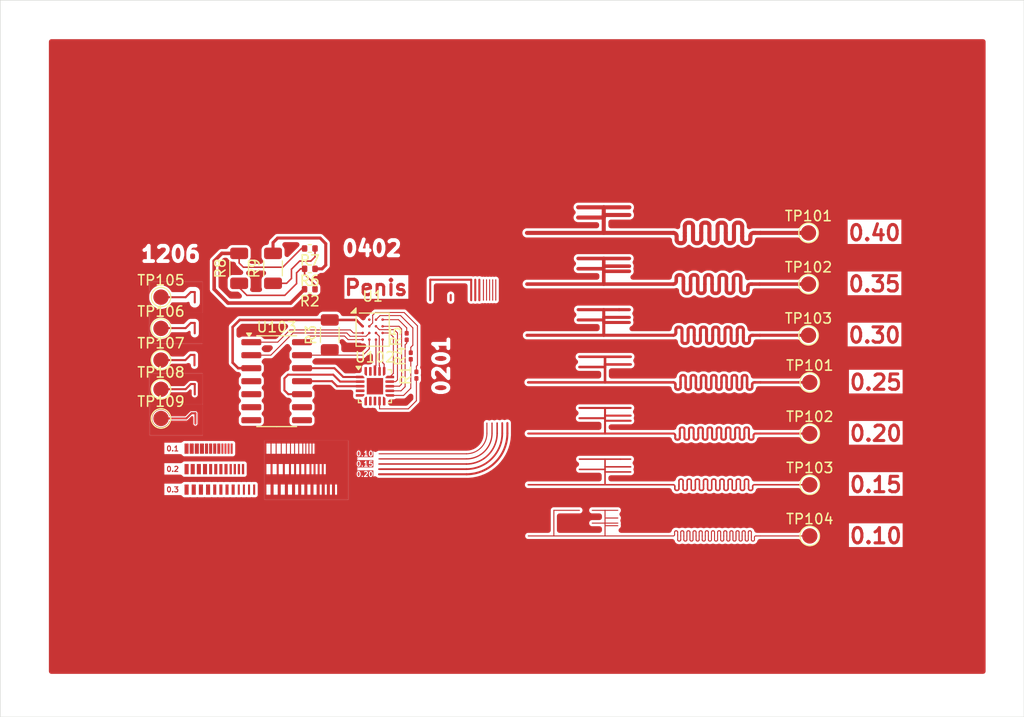
<source format=kicad_pcb>
(kicad_pcb (version 20241229) (generator "pcbnew") (generator_version "9.0")
  (layers (0 "F.Cu" signal) (2 "B.Cu" signal) (25 "Edge.Cuts" user))
  (net 0 "")
  (net 6 "unconnected-(U102-NC-Pad18)")
  (net 15 "/Telekom")
  (net 16 "/Vodafone")
  (net 17 "/Netze BW")
  (net 18 "/Aldi Talk")
  (net 19 "Net-(U102-PA4)")
  (net 20 "Net-(U102-PA2)")
  (net 21 "Net-(U102-PA3)")
  (net 22 "Net-(U1-PA1)")
  (net 23 "Net-(U1-VCC)")
  (net 24 "Net-(U1-~{RESET}{slash}PB3)")
  (net 25 "Net-(U1-PA5)")
  (net 26 "Net-(U1-PA7)")
  (net 27 "Net-(U1-PB0)")
  (net 28 "Net-(U1-PB1)")
  (net 29 "Net-(U1-PB2)")
  (net 30 "Net-(U1-PA6)")
  (net 31 "Net-(U1-PA2)")
  (net 32 "Net-(U1-PA0)")
  (net 33 "Net-(U1-PA3)")
  (net 34 "Net-(U1-PA4)")
  (net 35 "/testkringel_links")
  (net 36 "Net-(U102-VCC)")
  (net 37 "Net-(U102-PB0)")
  (net 38 "unconnected-(R2-Pad2)")
  (net 39 "Net-(U102-PB1)")
  (net 40 "unconnected-(R6-Pad2)")
  (net 41 "unconnected-(R9-Pad1)")
  (net 42 "unconnected-(R9-Pad2)")
  (footprint "TestPoint:TestPoint_Pad_D1.5mm" (layer "F.Cu") (at 121.325 60.025)
    (property "Reference" "TP103")
    (property "Value" "TestPoint")
  )
  (footprint "TestPoint:TestPoint_Pad_D1.5mm" (layer "F.Cu") (at 57.95 41.7)
    (property "Reference" "TP105")
    (property "Value" "TestPoint")
  )
  (footprint "TestPoint:TestPoint_Pad_D1.5mm" (layer "F.Cu") (at 57.95 50.7)
    (property "Reference" "TP108")
    (property "Value" "TestPoint")
  )
  (footprint "Resistor_SMD:R_0201_0603Metric" (layer "F.Cu") (at 82.9 49.32 90)
    (property "Reference" "R1")
    (property "Value" "R")
  )
  (footprint "TestPoint:TestPoint_Pad_D1.5mm" (layer "F.Cu") (at 121.2 35.425)
    (property "Reference" "TP101")
    (property "Value" "TestPoint")
  )
  (footprint "Resistor_SMD:R_0402_1005Metric" (layer "F.Cu") (at 72.485 40.925 180)
    (property "Reference" "R2")
    (property "Value" "R")
  )
  (footprint "TestPoint:TestPoint_Pad_D1.5mm" (layer "F.Cu") (at 121.325 65.025)
    (property "Reference" "TP104")
    (property "Value" "TestPoint")
  )
  (footprint "Package_SO:SOIC-14_3.9x8.7mm_P1.27mm" (layer "F.Cu") (at 69.25 49.91)
    (property "Reference" "U103")
    (property "Value" "ATtiny20-SS")
  )
  (footprint "TestPoint:TestPoint_Pad_D1.5mm" (layer "F.Cu") (at 121.2 45.425)
    (property "Reference" "TP103")
    (property "Value" "TestPoint")
  )
  (footprint "Package_DFN_QFN:QFN-20-1EP_3x3mm_P0.45mm_EP1.6x1.6mm" (layer "F.Cu") (at 78.85 50.4)
    (property "Reference" "U102")
    (property "Value" "ATtiny20-MM")
  )
  (footprint "TestPoint:TestPoint_Pad_D1.5mm" (layer "F.Cu") (at 57.95 47.85)
    (property "Reference" "TP107")
    (property "Value" "TestPoint")
  )
  (footprint "TestPoint:TestPoint_Pad_D1.5mm" (layer "F.Cu") (at 121.2 40.425)
    (property "Reference" "TP102")
    (property "Value" "TestPoint")
  )
  (footprint "TestPoint:TestPoint_Pad_D1.5mm" (layer "F.Cu") (at 57.95 53.55)
    (property "Reference" "TP109")
    (property "Value" "TestPoint")
  )
  (footprint "Resistor_SMD:R_0201_0603Metric" (layer "F.Cu") (at 82.35 47.45 90)
    (property "Reference" "R4")
    (property "Value" "R")
  )
  (footprint "Resistor_SMD:R_0402_1005Metric" (layer "F.Cu") (at 72.485 38.935 180)
    (property "Reference" "R6")
    (property "Value" "R")
  )
  (footprint "TestPoint:TestPoint_Pad_D1.5mm" (layer "F.Cu") (at 121.325 55.025)
    (property "Reference" "TP102")
    (property "Value" "TestPoint")
  )
  (footprint "Resistor_SMD:R_1206_3216Metric" (layer "F.Cu") (at 65.585 38.8875 90)
    (property "Reference" "R8")
    (property "Value" "R")
  )
  (footprint "Resistor_SMD:R_0201_0603Metric" (layer "F.Cu") (at 81.95 45.55 90)
    (property "Reference" "R5")
    (property "Value" "R")
  )
  (footprint "Resistor_SMD:R_0402_1005Metric" (layer "F.Cu") (at 72.485 36.945 180)
    (property "Reference" "R7")
    (property "Value" "R")
  )
  (footprint "Package_BGA:UFBGA-15_3.0x3.0mm_Layout4x4_P0.65mm" (layer "F.Cu") (at 78.625 44.875)
    (property "Reference" "U1")
    (property "Value" "ATtiny20-CC")
  )
  (footprint "Resistor_SMD:R_1206_3216Metric" (layer "F.Cu") (at 68.895 38.8875 90)
    (property "Reference" "R9")
    (property "Value" "R")
  )
  (footprint "TestPoint:TestPoint_Pad_D1.5mm" (layer "F.Cu") (at 57.95 44.75)
    (property "Reference" "TP106")
    (property "Value" "TestPoint")
  )
  (footprint "TestPoint:TestPoint_Pad_D1.5mm" (layer "F.Cu") (at 121.325 50.025)
    (property "Reference" "TP101")
    (property "Value" "TestPoint")
  )
  (footprint "Resistor_SMD:R_1206_3216Metric" (layer "F.Cu") (at 74.435 45.39 90)
    (property "Reference" "R3")
    (property "Value" "R")
  )
  (gr_rect (start 63.65 60) (end 63.95 61) (fill yes) (layer "F.Cu"))
  (gr_rect (start 61.45 58) (end 61.85 59) (fill yes) (layer "F.Cu"))
  (gr_rect (start 63.05 56) (end 63.35 57) (fill yes) (layer "F.Cu"))
  (gr_line (start 79.25 58.5) (end 87.8 58.5) (stroke (width 0.175)) (layer "F.Cu"))
  (gr_rect (start 61.75 56) (end 62.15 57) (fill yes) (layer "F.Cu"))
  (gr_rect (start 64.45 56) (end 64.65 57) (fill yes) (layer "F.Cu"))
  (gr_rect (start 65.95 60) (end 66.15 61) (fill yes) (layer "F.Cu"))
  (gr_rect (start 60.95 60) (end 61.35 61) (fill yes) (layer "F.Cu"))
  (gr_line (start 79.25 58) (end 87.8 58) (stroke (width 0.15)) (layer "F.Cu"))
  (gr_arc (start 91.785786 55) (mid 90.614213 57.828427) (end 87.785786 59) (stroke (width 0.2)) (layer "F.Cu"))
  (gr_arc (start 90.285786 55) (mid 89.553553 56.767767) (end 87.785786 57.5) (stroke (width 0.125)) (layer "F.Cu"))
  (gr_rect (start 60.25 58) (end 60.65 59) (fill yes) (layer "F.Cu"))
  (gr_rect (start 61.25 56) (end 61.65 57) (fill yes) (layer "F.Cu"))
  (gr_rect (start 66.95 60) (end 67.15 61) (fill yes) (layer "F.Cu"))
  (gr_rect (start 60.75 56) (end 61.15 57) (fill yes) (layer "F.Cu"))
  (gr_rect (start 63.05 60) (end 63.35 61) (fill yes) (layer "F.Cu"))
  (gr_rect (start 63.45 56) (end 63.75 57) (fill yes) (layer "F.Cu"))
  (gr_rect (start 65.45 58) (end 65.6754 59) (fill yes) (layer "F.Cu"))
  (gr_rect (start 63.15 58) (end 63.45 59) (fill yes) (layer "F.Cu"))
  (gr_rect (start 63.65 58) (end 63.95 59) (fill yes) (layer "F.Cu"))
  (gr_line (start 79.25 59) (end 87.8 59) (stroke (width 0.2)) (layer "F.Cu"))
  (gr_rect (start 64.65 58) (end 64.8754 59) (fill yes) (layer "F.Cu"))
  (gr_rect (start 62.65 58) (end 62.95 59) (fill yes) (layer "F.Cu"))
  (gr_line (start 79.25 57) (end 87.8 57) (stroke (width 0.1)) (layer "F.Cu"))
  (gr_rect (start 65.85 58) (end 66.0754 59) (fill yes) (layer "F.Cu"))
  (gr_rect (start 62.25 56) (end 62.55 57) (fill yes) (layer "F.Cu"))
  (gr_rect (start 64.15 58) (end 64.45 59) (fill yes) (layer "F.Cu"))
  (gr_rect (start 60.25 60) (end 60.65 61) (fill yes) (layer "F.Cu"))
  (gr_rect (start 65.05 58) (end 65.2754 59) (fill yes) (layer "F.Cu"))
  (gr_rect (start 60.85 58) (end 61.25 59) (fill yes) (layer "F.Cu"))
  (gr_rect (start 63.85 56) (end 64.05 57) (fill yes) (layer "F.Cu"))
  (gr_rect (start 62.05 58) (end 62.45 59) (fill yes) (layer "F.Cu"))
  (gr_rect (start 62.35 60) (end 62.75 61) (fill yes) (layer "F.Cu"))
  (gr_rect (start 78.75 48.385) (end 78.95 48.625) (stroke (width 0.05)) (fill yes) (layer "F.Cu") (net 6))
  (gr_rect (start 62.65 56) (end 62.95 57) (fill yes) (layer "F.Cu"))
  (gr_rect (start 61.65 60) (end 62.05 61) (fill yes) (layer "F.Cu"))
  (gr_arc (start 89.785786 55) (mid 89.2 56.414214) (end 87.785786 57) (stroke (width 0.1)) (layer "F.Cu"))
  (gr_arc (start 91.285786 55) (mid 90.26066 57.474874) (end 87.785786 58.5) (stroke (width 0.175)) (layer "F.Cu"))
  (gr_arc (start 90.785786 55) (mid 89.907106 57.12132) (end 87.785786 58) (stroke (width 0.15)) (layer "F.Cu"))
  (gr_rect (start 64.25 60) (end 64.55 61) (fill yes) (layer "F.Cu"))
  (gr_rect (start 66.45 60) (end 66.65 61) (fill yes) (layer "F.Cu"))
  (gr_rect (start 64.75 56) (end 64.95 57) (fill yes) (layer "F.Cu"))
  (gr_rect (start 64.85 60) (end 65.15 61) (fill yes) (layer "F.Cu"))
  (gr_line (start 79.25 57.5) (end 87.8 57.5) (stroke (width 0.125)) (layer "F.Cu"))
  (gr_rect (start 60.25 56) (end 60.65 57) (fill yes) (layer "F.Cu"))
  (gr_rect (start 64.15 56) (end 64.35 57) (fill yes) (layer "F.Cu"))
  (gr_rect (start 65.45 60) (end 65.65 61) (fill yes) (layer "F.Cu"))
  (gr_rect (start 42.25 12.7) (end 142.25 82.7) (stroke (width 0.05)) (fill no) (layer "Edge.Cuts"))
  (gr_text "0.2" (at 59.75 58.5 0) (layer "F.Cu") (effects (font (size 0.5 0.5) (thickness 0.1) (bold yes)) (justify right)))
  (gr_text "0.35" (at 124.95 40.425 0) (layer "F.Cu") (effects (font (size 1.5 1.5) (thickness 0.3) (bold yes)) (justify left)))
  (gr_text "0201" (at 85.35 45.3 90) (layer "F.Cu" knockout) (effects (font (size 1.5 1.5) (thickness 0.375) (bold yes)) (justify right)))
  (gr_text "0.15" (at 125.075 60.025 0) (layer "F.Cu") (effects (font (size 1.5 1.5) (thickness 0.3) (bold yes)) (justify left)))
  (gr_text "0.20" (at 78.75 59 0) (layer "F.Cu" knockout) (effects (font (size 0.5 0.5) (thickness 0.1) (bold yes)) (justify right)))
  (gr_text "0.30" (at 124.95 45.425 0) (layer "F.Cu") (effects (font (size 1.5 1.5) (thickness 0.3) (bold yes)) (justify left)))
  (gr_text "0.1" (at 59.75 56.5 0) (layer "F.Cu") (effects (font (size 0.5 0.5) (thickness 0.1) (bold yes)) (justify right)))
  (gr_text "0.25" (at 125.075 50.025 0) (layer "F.Cu") (effects (font (size 1.5 1.5) (thickness 0.3) (bold yes)) (justify left)))
  (gr_text "0.3" (at 59.75 60.5 0) (layer "F.Cu") (effects (font (size 0.5 0.5) (thickness 0.1) (bold yes)) (justify right)))
  (gr_text "0.15" (at 78.75 58 0) (layer "F.Cu" knockout) (effects (font (size 0.5 0.5) (thickness 0.1) (bold yes)) (justify right)))
  (gr_text "0.10" (at 78.75 57 0) (layer "F.Cu" knockout) (effects (font (size 0.5 0.5) (thickness 0.1) (bold yes)) (justify right)))
  (gr_text "0.40" (at 124.95 35.425 0) (layer "F.Cu") (effects (font (size 1.5 1.5) (thickness 0.3) (bold yes)) (justify left)))
  (gr_text "0.10" (at 125.075 65.025 0) (layer "F.Cu") (effects (font (size 1.5 1.5) (thickness 0.3) (bold yes)) (justify left)))
  (gr_text "0.20" (at 125.075 55.025 0) (layer "F.Cu") (effects (font (size 1.5 1.5) (thickness 0.3) (bold yes)) (justify left)))
  (gr_text "Penis" (at 75.719 41.655 0) (layer "F.Cu") (effects (font (size 1.5 1.5) (thickness 0.3) (bold yes)) (justify left bottom)))
  (gr_text "0402" (at 81.65 36.95 0) (layer "F.Cu" knockout) (effects (font (size 1.5 1.5) (thickness 0.375) (bold yes)) (justify right)))
  (gr_text "1206" (at 62 37.5 0) (layer "F.Cu" knockout) (effects (font (size 1.5 1.5) (thickness 0.375) (bold yes)) (justify right)))
  (segment (start 88.25 40) (end 88.25 42) (width 0.2) (layer "F.Cu") (net 0))
  (segment (start 91.785786 55) (end 91.785786 54) (width 0.2) (layer "F.Cu") (net 0))
  (segment (start 89.785786 55) (end 89.785786 54) (width 0.1) (layer "F.Cu") (net 0))
  (segment (start 84.25 42) (end 84.25 40) (width 0.2) (layer "F.Cu") (net 0))
  (segment (start 88.65 40) (end 88.65 42) (width 0.2) (layer "F.Cu") (net 0))
  (segment (start 90.65 40) (end 90.65 42) (width 0.1) (layer "F.Cu") (net 0))
  (segment (start 89.75 40) (end 89.75 42) (width 0.1) (layer "F.Cu") (net 0))
  (segment (start 91.285786 55) (end 91.285786 54) (width 0.175) (layer "F.Cu") (net 0))
  (segment (start 86.25 42) (end 86.25 41.5) (width 0.2) (layer "F.Cu") (net 0))
  (segment (start 90.35 42) (end 90.35 40) (width 0.1) (layer "F.Cu") (net 0))
  (segment (start 90.285786 55) (end 90.285786 54) (width 0.125) (layer "F.Cu") (net 0))
  (segment (start 89.45 40) (end 89.45 42) (width 0.1) (layer "F.Cu") (net 0))
  (segment (start 84.25 40) (end 88.25 40) (width 0.2) (layer "F.Cu") (net 0))
  (segment (start 89.05 40) (end 89.05 42) (width 0.2) (layer "F.Cu") (net 0))
  (segment (start 90.785786 55) (end 90.785786 54) (width 0.15) (layer "F.Cu") (net 0))
  (segment (start 90.05 40) (end 90.05 42) (width 0.1) (layer "F.Cu") (net 0))
  (segment (start 78.95 45.85) (end 78.95 48.384) (width 0.1) (layer "F.Cu") (net 6))
  (segment (start 78.95 48.384) (end 78.86 48.474) (width 0.1) (layer "F.Cu") (net 6))
  (segment (start 101.2 33.925) (end 98.7 33.925) (width 0.4) (layer "F.Cu") (net 15))
  (segment (start 108.32 35.745) (end 108.32 36.105) (width 0.4) (layer "F.Cu") (net 15))
  (segment (start 114.2 49.525) (end 114.2 50.025) (width 0.25) (layer "F.Cu") (net 15))
  (segment (start 113.92 35.425) (end 113.92 34.745) (width 0.4) (layer "F.Cu") (net 15))
  (segment (start 112.2 50.025) (end 112.2 50.525) (width 0.25) (layer "F.Cu") (net 15))
  (segment (start 111.52 34.745) (end 111.52 35.425) (width 0.4) (layer "F.Cu") (net 15))
  (segment (start 111.04 34.425) (end 111.2 34.425) (width 0.4) (layer "F.Cu") (net 15))
  (segment (start 111.52 35.425) (end 111.52 36.105) (width 0.4) (layer "F.Cu") (net 15))
  (segment (start 109.2 50.025) (end 109.2 50.525) (width 0.25) (layer "F.Cu") (net 15))
  (segment (start 112.7 50.025) (end 112.7 49.525) (width 0.25) (layer "F.Cu") (net 15))
  (segment (start 111.9 49.325) (end 112 49.325) (width 0.25) (layer "F.Cu") (net 15))
  (segment (start 109.2 49.525) (end 109.2 50.025) (width 0.25) (layer "F.Cu") (net 15))
  (segment (start 115.4 50.725) (end 115.5 50.725) (width 0.25) (layer "F.Cu") (net 15))
  (segment (start 108.7 50.525) (end 108.7 50.225) (width 0.25) (layer "F.Cu") (net 15))
  (segment (start 110.2 50.025) (end 110.2 50.525) (width 0.25) (layer "F.Cu") (net 15))
  (segment (start 112.2 49.525) (end 112.2 50.025) (width 0.25) (layer "F.Cu") (net 15))
  (segment (start 109.9 49.325) (end 110 49.325) (width 0.25) (layer "F.Cu") (net 15))
  (segment (start 110.4 50.725) (end 110.5 50.725) (width 0.25) (layer "F.Cu") (net 15))
  (segment (start 101.2 33.675) (end 101.2 32.925) (width 0.4) (layer "F.Cu") (net 15))
  (segment (start 109.7 50.025) (end 109.7 49.525) (width 0.25) (layer "F.Cu") (net 15))
  (segment (start 113.92 36.105) (end 113.92 35.425) (width 0.4) (layer "F.Cu") (net 15))
  (segment (start 101.2 35.425) (end 108 35.425) (width 0.4) (layer "F.Cu") (net 15))
  (segment (start 113.7 50.525) (end 113.7 50.025) (width 0.25) (layer "F.Cu") (net 15))
  (segment (start 101.325 48.275) (end 101.325 47.525) (width 0.25) (layer "F.Cu") (net 15))
  (segment (start 111.7 50.025) (end 111.7 49.525) (width 0.25) (layer "F.Cu") (net 15))
  (segment (start 109.12 35.425) (end 109.12 34.745) (width 0.4) (layer "F.Cu") (net 15))
  (segment (start 112.32 36.105) (end 112.32 35.425) (width 0.4) (layer "F.Cu") (net 15))
  (segment (start 109.12 35.745) (end 109.12 35.425) (width 0.4) (layer "F.Cu") (net 15))
  (segment (start 114.72 35.745) (end 114.72 36.105) (width 0.4) (layer "F.Cu") (net 15))
  (segment (start 108.9 49.325) (end 109 49.325) (width 0.25) (layer "F.Cu") (net 15))
  (segment (start 109.7 50.525) (end 109.7 50.025) (width 0.25) (layer "F.Cu") (net 15))
  (segment (start 101.2 33.675) (end 103.7 33.675) (width 0.4) (layer "F.Cu") (net 15))
  (segment (start 110.7 50.025) (end 110.7 49.525) (width 0.25) (layer "F.Cu") (net 15))
  (segment (start 114.7 50.525) (end 114.7 50.025) (width 0.25) (layer "F.Cu") (net 15))
  (segment (start 101.325 47.525) (end 103.825 47.525) (width 0.25) (layer "F.Cu") (net 15))
  (segment (start 114.72 35.425) (end 114.72 35.745) (width 0.4) (layer "F.Cu") (net 15))
  (segment (start 101.2 32.925) (end 103.7 32.925) (width 0.4) (layer "F.Cu") (net 15))
  (segment (start 116 50.025) (end 116.5 50.025) (width 0.25) (layer "F.Cu") (net 15))
  (segment (start 109.92 35.425) (end 109.92 36.105) (width 0.4) (layer "F.Cu") (net 15))
  (segment (start 114.7 50.025) (end 114.7 49.525) (width 0.25) (layer "F.Cu") (net 15))
  (segment (start 109.12 36.105) (end 109.12 35.745) (width 0.4) (layer "F.Cu") (net 15))
  (segment (start 110.24 36.425) (end 110.4 36.425) (width 0.4) (layer "F.Cu") (net 15))
  (segment (start 112.32 35.425) (end 112.32 34.745) (width 0.4) (layer "F.Cu") (net 15))
  (segment (start 113.12 34.745) (end 113.12 35.425) (width 0.4) (layer "F.Cu") (net 15))
  (segment (start 113.2 50.025) (end 113.2 50.525) (width 0.25) (layer "F.Cu") (net 15))
  (segment (start 115.2 50.225) (end 115.2 50.525) (width 0.25) (layer "F.Cu") (net 15))
  (segment (start 113.7 50.025) (end 113.7 49.525) (width 0.25) (layer "F.Cu") (net 15))
  (segment (start 112.7 50.525) (end 112.7 50.025) (width 0.25) (layer "F.Cu") (net 15))
  (segment (start 101.2 35.425) (end 101.2 33.925) (width 0.4) (layer "F.Cu") (net 15))
  (segment (start 111.2 50.025) (end 111.2 50.525) (width 0.25) (layer "F.Cu") (net 15))
  (segment (start 109.4 50.725) (end 109.5 50.725) (width 0.25) (layer "F.Cu") (net 15))
  (segment (start 101.325 50.025) (end 108 50.025) (width 0.25) (layer "F.Cu") (net 15))
  (segment (start 110.7 50.525) (end 110.7 50.025) (width 0.25) (layer "F.Cu") (net 15))
  (segment (start 116.5 50.025) (end 121.325 50.025) (width 0.25) (layer "F.Cu") (net 15))
  (segment (start 113.2 49.525) (end 113.2 50.025) (width 0.25) (layer "F.Cu") (net 15))
  (segment (start 113.12 35.425) (end 113.12 36.105) (width 0.4) (layer "F.Cu") (net 15))
  (segment (start 115.84 35.425) (end 116 35.425) (width 0.4) (layer "F.Cu") (net 15))
  (segment (start 101.325 47.525) (end 98.825 47.525) (width 0.25) (layer "F.Cu") (net 15))
  (segment (start 101.2 33.925) (end 101.2 33.675) (width 0.4) (layer "F.Cu") (net 15))
  (segment (start 115.52 36.105) (end 115.52 35.745) (width 0.4) (layer "F.Cu") (net 15))
  (segment (start 116 35.425) (end 116.5 35.425) (width 0.4) (layer "F.Cu") (net 15))
  (segment (start 108.2 50.225) (end 108.2 50.525) (width 0.25) (layer "F.Cu") (net 15))
  (segment (start 108.7 50.225) (end 108.7 50.025) (width 0.25) (layer "F.Cu") (net 15))
  (segment (start 101.325 50.025) (end 93.825 50.025) (width 0.25) (layer "F.Cu") (net 15))
  (segment (start 111.84 36.425) (end 112 36.425) (width 0.4) (layer "F.Cu") (net 15))
  (segment (start 114.24 34.425) (end 114.4 34.425) (width 0.4) (layer "F.Cu") (net 15))
  (segment (start 111.2 49.525) (end 111.2 50.025) (width 0.25) (layer "F.Cu") (net 15))
  (segment (start 108.64 36.425) (end 108.8 36.425) (width 0.4) (layer "F.Cu") (net 15))
  (segment (start 101.325 48.275) (end 103.825 48.275) (width 0.25) (layer "F.Cu") (net 15))
  (segment (start 112.4 50.725) (end 112.5 50.725) (width 0.25) (layer "F.Cu") (net 15))
  (segment (start 115.9 50.025) (end 116 50.025) (width 0.25) (layer "F.Cu") (net 15))
  (segment (start 114.9 49.325) (end 115 49.325) (width 0.25) (layer "F.Cu") (net 15))
  (segment (start 112.9 49.325) (end 113 49.325) (width 0.25) (layer "F.Cu") (net 15))
  (segment (start 115.2 50.025) (end 115.2 50.225) (width 0.25) (layer "F.Cu") (net 15))
  (segment (start 111.4 50.725) (end 111.5 50.725) (width 0.25) (layer "F.Cu") (net 15))
  (segment (start 112.64 34.425) (end 112.8 34.425) (width 0.4) (layer "F.Cu") (net 15))
  (segment (start 115.2 49.525) (end 115.2 50.025) (width 0.25) (layer "F.Cu") (net 15))
  (segment (start 101.2 32.925) (end 98.7 32.925) (width 0.4) (layer "F.Cu") (net 15))
  (segment (start 116.5 35.425) (end 121.2 35.425) (width 0.4) (layer "F.Cu") (net 15))
  (segment (start 114.4 50.725) (end 114.5 50.725) (width 0.25) (layer "F.Cu") (net 15))
  (segment (start 110.2 49.525) (end 110.2 50.025) (width 0.25) (layer "F.Cu") (net 15))
  (segment (start 114.72 34.745) (end 114.72 35.425) (width 0.4) (layer "F.Cu") (net 15))
  (segment (start 101.2 35.425) (end 93.7 35.425) (width 0.4) (layer "F.Cu") (net 15))
  (segment (start 108.4 50.725) (end 108.5 50.725) (width 0.25) (layer "F.Cu") (net 15))
  (segment (start 115.04 36.425) (end 115.2 36.425) (width 0.4) (layer "F.Cu") (net 15))
  (segment (start 110.72 35.425) (end 110.72 34.745) (width 0.4) (layer "F.Cu") (net 15))
  (segment (start 115.7 50.525) (end 115.7 50.225) (width 0.25) (layer "F.Cu") (net 15))
  (segment (start 109.44 34.425) (end 109.6 34.425) (width 0.4) (layer "F.Cu") (net 15))
  (segment (start 110.72 36.105) (end 110.72 35.425) (width 0.4) (layer "F.Cu") (net 15))
  (segment (start 113.44 36.425) (end 113.6 36.425) (width 0.4) (layer "F.Cu") (net 15))
  (segment (start 111.7 50.525) (end 111.7 50.025) (width 0.25) (layer "F.Cu") (net 15))
  (segment (start 114.2 50.025) (end 114.2 50.525) (width 0.25) (layer "F.Cu") (net 15))
  (segment (start 109.92 34.745) (end 109.92 35.425) (width 0.4) (layer "F.Cu") (net 15))
  (segment (start 101.325 48.525) (end 98.825 48.525) (width 0.25) (layer "F.Cu") (net 15))
  (segment (start 113.9 49.325) (end 114 49.325) (width 0.25) (layer "F.Cu") (net 15))
  (segment (start 101.325 50.025) (end 101.325 48.525) (width 0.25) (layer "F.Cu") (net 15))
  (segment (start 101.325 48.525) (end 101.325 48.275) (width 0.25) (layer "F.Cu") (net 15))
  (segment (start 108.7 50.025) (end 108.7 49.525) (width 0.25) (layer "F.Cu") (net 15))
  (segment (start 113.4 50.725) (end 113.5 50.725) (width 0.25) (layer "F.Cu") (net 15))
  (segment (start 110.9 49.325) (end 111 49.325) (width 0.25) (layer "F.Cu") (net 15))
  (arc (start 108 35.425) (mid 108.226274 35.518726) (end 108.32 35.745) (width 0.4) (layer "F.Cu") (net 15))
  (arc (start 109.2 50.525) (mid 109.258579 50.666421) (end 109.4 50.725) (width 0.25) (layer "F.Cu") (net 15))
  (arc (start 110.7 49.525) (mid 110.758579 49.383579) (end 110.9 49.325) (width 0.25) (layer "F.Cu") (net 15))
  (arc (start 114 49.325) (mid 114.141421 49.383579) (end 114.2 49.525) (width 0.25) (layer "F.Cu") (net 15))
  (arc (start 110.72 34.745) (mid 110.813726 34.518726) (end 111.04 34.425) (width 0.4) (layer "F.Cu") (net 15))
  (arc (start 113.12 36.105) (mid 113.213726 36.331274) (end 113.44 36.425) (width 0.4) (layer "F.Cu") (net 15))
  (arc (start 109.6 34.425) (mid 109.826274 34.518726) (end 109.92 34.745) (width 0.4) (layer "F.Cu") (net 15))
  (arc (start 114.7 49.525) (mid 114.758579 49.383579) (end 114.9 49.325) (width 0.25) (layer "F.Cu") (net 15))
  (arc (start 108 50.025) (mid 108.141421 50.083579) (end 108.2 50.225) (width 0.25) (layer "F.Cu") (net 15))
  (arc (start 115.2 50.525) (mid 115.258579 50.666421) (end 115.4 50.725) (width 0.25) (layer "F.Cu") (net 15))
  (arc (start 115.5 50.725) (mid 115.641421 50.666421) (end 115.7 50.525) (width 0.25) (layer "F.Cu") (net 15))
  (arc (start 109.92 36.105) (mid 110.013726 36.331274) (end 110.24 36.425) (width 0.4) (layer "F.Cu") (net 15))
  (arc (start 114.5 50.725) (mid 114.641421 50.666421) (end 114.7 50.525) (width 0.25) (layer "F.Cu") (net 15))
  (arc (start 113.6 36.425) (mid 113.826274 36.331274) (end 113.92 36.105) (width 0.4) (layer "F.Cu") (net 15))
  (arc (start 115 49.325) (mid 115.141421 49.383579) (end 115.2 49.525) (width 0.25) (layer "F.Cu") (net 15))
  (arc (start 114.4 34.425) (mid 114.626274 34.518726) (end 114.72 34.745) (width 0.4) (layer "F.Cu") (net 15))
  (arc (start 108.5 50.725) (mid 108.641421 50.666421) (end 108.7 50.525) (width 0.25) (layer "F.Cu") (net 15))
  (arc (start 112.8 34.425) (mid 113.026274 34.518726) (end 113.12 34.745) (width 0.4) (layer "F.Cu") (net 15))
  (arc (start 111 49.325) (mid 111.141421 49.383579) (end 111.2 49.525) (width 0.25) (layer "F.Cu") (net 15))
  (arc (start 108.2 50.525) (mid 108.258579 50.666421) (end 108.4 50.725) (width 0.25) (layer "F.Cu") (net 15))
  (arc (start 108.8 36.425) (mid 109.026274 36.331274) (end 109.12 36.105) (width 0.4) (layer "F.Cu") (net 15))
  (arc (start 113.2 50.525) (mid 113.258579 50.666421) (end 113.4 50.725) (width 0.25) (layer "F.Cu") (net 15))
  (arc (start 110.4 36.425) (mid 110.626274 36.331274) (end 110.72 36.105) (width 0.4) (layer "F.Cu") (net 15))
  (arc (start 110.2 50.525) (mid 110.258579 50.666421) (end 110.4 50.725) (width 0.25) (layer "F.Cu") (net 15))
  (arc (start 108.7 49.525) (mid 108.758579 49.383579) (end 108.9 49.325) (width 0.25) (layer "F.Cu") (net 15))
  (arc (start 109.7 49.525) (mid 109.758579 49.383579) (end 109.9 49.325) (width 0.25) (layer "F.Cu") (net 15))
  (arc (start 112.7 49.525) (mid 112.758579 49.383579) (end 112.9 49.325) (width 0.25) (layer "F.Cu") (net 15))
  (arc (start 112.5 50.725) (mid 112.641421 50.666421) (end 112.7 50.525) (width 0.25) (layer "F.Cu") (net 15))
  (arc (start 108.32 36.105) (mid 108.413726 36.331274) (end 108.64 36.425) (width 0.4) (layer "F.Cu") (net 15))
  (arc (start 113.5 50.725) (mid 113.641421 50.666421) (end 113.7 50.525) (width 0.25) (layer "F.Cu") (net 15))
  (arc (start 114.72 36.105) (mid 114.813726 36.331274) (end 115.04 36.425) (width 0.4) (layer "F.Cu") (net 15))
  (arc (start 111.7 49.525) (mid 111.758579 49.383579) (end 111.9 49.325) (width 0.25) (layer "F.Cu") (net 15))
  (arc (start 114.2 50.525) (mid 114.258579 50.666421) (end 114.4 50.725) (width 0.25) (layer "F.Cu") (net 15))
  (arc (start 113 49.325) (mid 113.141421 49.383579) (end 113.2 49.525) (width 0.25) (layer "F.Cu") (net 15))
  (arc (start 110.5 50.725) (mid 110.641421 50.666421) (end 110.7 50.525) (width 0.25) (layer "F.Cu") (net 15))
  (arc (start 112 36.425) (mid 112.226274 36.331274) (end 112.32 36.105) (width 0.4) (layer "F.Cu") (net 15))
  (arc (start 110 49.325) (mid 110.141421 49.383579) (end 110.2 49.525) (width 0.25) (layer "F.Cu") (net 15))
  (arc (start 112.2 50.525) (mid 112.258579 50.666421) (end 112.4 50.725) (width 0.25) (layer "F.Cu") (net 15))
  (arc (start 112 49.325) (mid 112.141421 49.383579) (end 112.2 49.525) (width 0.25) (layer "F.Cu") (net 15))
  (arc (start 111.2 50.525) (mid 111.258579 50.666421) (end 111.4 50.725) (width 0.25) (layer "F.Cu") (net 15))
  (arc (start 112.32 34.745) (mid 112.413726 34.518726) (end 112.64 34.425) (width 0.4) (layer "F.Cu") (net 15))
  (arc (start 109.5 50.725) (mid 109.641421 50.666421) (end 109.7 50.525) (width 0.25) (layer "F.Cu") (net 15))
  (arc (start 113.92 34.745) (mid 114.013726 34.518726) (end 114.24 34.425) (width 0.4) (layer "F.Cu") (net 15))
  (arc (start 111.52 36.105) (mid 111.613726 36.331274) (end 111.84 36.425) (width 0.4) (layer "F.Cu") (net 15))
  (arc (start 115.52 35.745) (mid 115.613726 35.518726) (end 115.84 35.425) (width 0.4) (layer "F.Cu") (net 15))
  (arc (start 111.5 50.725) (mid 111.641421 50.666421) (end 111.7 50.525) (width 0.25) (layer "F.Cu") (net 15))
  (arc (start 113.7 49.525) (mid 113.758579 49.383579) (end 113.9 49.325) (width 0.25) (layer "F.Cu") (net 15))
  (arc (start 109 49.325) (mid 109.141421 49.383579) (end 109.2 49.525) (width 0.25) (layer "F.Cu") (net 15))
  (arc (start 115.7 50.225) (mid 115.758579 50.083579) (end 115.9 50.025) (width 0.25) (layer "F.Cu") (net 15))
  (arc (start 111.2 34.425) (mid 111.426274 34.518726) (end 111.52 34.745) (width 0.4) (layer "F.Cu") (net 15))
  (arc (start 109.12 34.745) (mid 109.213726 34.518726) (end 109.44 34.425) (width 0.4) (layer "F.Cu") (net 15))
  (arc (start 115.2 36.425) (mid 115.426274 36.331274) (end 115.52 36.105) (width 0.4) (layer "F.Cu") (net 15))
  (segment (start 108.28 40.145) (end 108.28 39.805) (width 0.35) (layer "F.Cu") (net 16))
  (segment (start 112.68 55.025) (end 112.68 55.445) (width 0.2) (layer "F.Cu") (net 16))
  (segment (start 108.56 39.525) (end 108.7 39.525) (width 0.35) (layer "F.Cu") (net 16))
  (segment (start 113.31 54.425) (end 113.4 54.425) (width 0.2) (layer "F.Cu") (net 16))
  (segment (start 115.83 55.445) (end 115.83 55.205) (width 0.2) (layer "F.Cu") (net 16))
  (segment (start 114.86 41.325) (end 115 41.325) (width 0.35) (layer "F.Cu") (net 16))
  (segment (start 110.38 39.805) (end 110.38 40.425) (width 0.35) (layer "F.Cu") (net 16))
  (segment (start 113.13 55.445) (end 113.13 55.025) (width 0.2) (layer "F.Cu") (net 16))
  (segment (start 114.16 39.525) (end 114.3 39.525) (width 0.35) (layer "F.Cu") (net 16))
  (segment (start 115.38 54.605) (end 115.38 55.025) (width 0.2) (layer "F.Cu") (net 16))
  (segment (start 116.420034 40.425) (end 121.2 40.425) (width 0.35) (layer "F.Cu") (net 16))
  (segment (start 114.21 54.425) (end 114.3 54.425) (width 0.2) (layer "F.Cu") (net 16))
  (segment (start 115.38 55.025) (end 115.38 55.205) (width 0.2) (layer "F.Cu") (net 16))
  (segment (start 111.36 39.525) (end 111.5 39.525) (width 0.35) (layer "F.Cu") (net 16))
  (segment (start 109.98 54.605) (end 109.98 55.025) (width 0.2) (layer "F.Cu") (net 16))
  (segment (start 108.98 40.145) (end 108.98 40.425) (width 0.35) (layer "F.Cu") (net 16))
  (segment (start 113.58 55.025) (end 113.58 55.445) (width 0.2) (layer "F.Cu") (net 16))
  (segment (start 114.93 55.025) (end 114.93 54.605) (width 0.2) (layer "F.Cu") (net 16))
  (segment (start 113.18 39.805) (end 113.18 40.425) (width 0.35) (layer "F.Cu") (net 16))
  (segment (start 109.26 55.625) (end 109.35 55.625) (width 0.2) (layer "F.Cu") (net 16))
  (segment (start 109.08 54.605) (end 109.08 55.025) (width 0.2) (layer "F.Cu") (net 16))
  (segment (start 115.7 40.425) (end 116.420034 40.425) (width 0.35) (layer "F.Cu") (net 16))
  (segment (start 101.325 53.275) (end 101.325 52.525) (width 0.2) (layer "F.Cu") (net 16))
  (segment (start 109.68 41.045) (end 109.68 40.425) (width 0.35) (layer "F.Cu") (net 16))
  (segment (start 101.325 53.525) (end 101.325 53.275) (width 0.2) (layer "F.Cu") (net 16))
  (segment (start 112.86 55.625) (end 112.95 55.625) (width 0.2) (layer "F.Cu") (net 16))
  (segment (start 113.13 55.025) (end 113.13 54.605) (width 0.2) (layer "F.Cu") (net 16))
  (segment (start 111.51 54.425) (end 111.6 54.425) (width 0.2) (layer "F.Cu") (net 16))
  (segment (start 109.53 55.025) (end 109.53 54.605) (width 0.2) (layer "F.Cu") (net 16))
  (segment (start 114.03 55.025) (end 114.03 54.605) (width 0.2) (layer "F.Cu") (net 16))
  (segment (start 111.33 55.025) (end 111.33 54.605) (width 0.2) (layer "F.Cu") (net 16))
  (segment (start 101.2 37.925) (end 98.7 37.925) (width 0.35) (layer "F.Cu") (net 16))
  (segment (start 109.98 55.025) (end 109.98 55.445) (width 0.2) (layer "F.Cu") (net 16))
  (segment (start 112.76 39.525) (end 112.9 39.525) (width 0.35) (layer "F.Cu") (net 16))
  (segment (start 109.96 39.525) (end 110.1 39.525) (width 0.35) (layer "F.Cu") (net 16))
  (segment (start 108.63 55.025) (end 108.63 54.605) (width 0.2) (layer "F.Cu") (net 16))
  (segment (start 101.2 38.925) (end 98.7 38.925) (width 0.35) (layer "F.Cu") (net 16))
  (segment (start 114.58 40.705) (end 114.58 41.045) (width 0.35) (layer "F.Cu") (net 16))
  (segment (start 113.88 40.425) (end 113.88 39.805) (width 0.35) (layer "F.Cu") (net 16))
  (segment (start 101.2 39.175) (end 103.7 39.175) (width 0.35) (layer "F.Cu") (net 16))
  (segment (start 112.23 55.445) (end 112.23 55.025) (width 0.2) (layer "F.Cu") (net 16))
  (segment (start 114.66 55.625) (end 114.75 55.625) (width 0.2) (layer "F.Cu") (net 16))
  (segment (start 101.2 40.425) (end 101.2 39.175) (width 0.35) (layer "F.Cu") (net 16))
  (segment (start 115.28 41.045) (end 115.28 40.705) (width 0.35) (layer "F.Cu") (net 16))
  (segment (start 111.08 41.045) (end 111.08 40.425) (width 0.35) (layer "F.Cu") (net 16))
  (segment (start 101.325 53.525) (end 98.825 53.525) (width 0.2) (layer "F.Cu") (net 16))
  (segment (start 114.93 55.445) (end 114.93 55.025) (width 0.2) (layer "F.Cu") (net 16))
  (segment (start 101.2 37.925) (end 103.7 37.925) (width 0.35) (layer "F.Cu") (net 16))
  (segment (start 114.48 54.605) (end 114.48 55.025) (width 0.2) (layer "F.Cu") (net 16))
  (segment (start 112.41 54.425) (end 112.5 54.425) (width 0.2) (layer "F.Cu") (net 16))
  (segment (start 111.78 40.425) (end 111.78 41.045) (width 0.35) (layer "F.Cu") (net 16))
  (segment (start 111.96 55.625) (end 112.05 55.625) (width 0.2) (layer "F.Cu") (net 16))
  (segment (start 111.78 39.805) (end 111.78 40.425) (width 0.35) (layer "F.Cu") (net 16))
  (segment (start 110.88 55.025) (end 110.88 55.445) (width 0.2) (layer "F.Cu") (net 16))
  (segment (start 111.33 55.445) (end 111.33 55.025) (width 0.2) (layer "F.Cu") (net 16))
  (segment (start 110.61 54.425) (end 110.7 54.425) (width 0.2) (layer "F.Cu") (net 16))
  (segment (start 110.88 54.605) (end 110.88 55.025) (width 0.2) (layer "F.Cu") (net 16))
  (segment (start 116.1 55.025) (end 116.5 55.025) (width 0.2) (layer "F.Cu") (net 16))
  (segment (start 113.58 54.605) (end 113.58 55.025) (width 0.2) (layer "F.Cu") (net 16))
  (segment (start 109.08 55.025) (end 109.08 55.445) (width 0.2) (layer "F.Cu") (net 16))
  (segment (start 116.01 55.025) (end 116.1 55.025) (width 0.2) (layer "F.Cu") (net 16))
  (segment (start 111.06 55.625) (end 111.15 55.625) (width 0.2) (layer "F.Cu") (net 16))
  (segment (start 113.46 41.325) (end 113.6 41.325) (width 0.35) (layer "F.Cu") (net 16))
  (segment (start 101.325 53.275) (end 103.825 53.275) (width 0.2) (layer "F.Cu") (net 16))
  (segment (start 113.88 41.045) (end 113.88 40.425) (width 0.35) (layer "F.Cu") (net 16))
  (segment (start 111.78 54.605) (end 111.78 55.025) (width 0.2) (layer "F.Cu") (net 16))
  (segment (start 108.63 55.205) (end 108.63 55.025) (width 0.2) (layer "F.Cu") (net 16))
  (segment (start 110.43 55.445) (end 110.43 55.025) (width 0.2) (layer "F.Cu") (net 16))
  (segment (start 109.68 40.425) (end 109.68 39.805) (width 0.35) (layer "F.Cu") (net 16))
  (segment (start 115.56 40.425) (end 115.7 40.425) (width 0.35) (layer "F.Cu") (net 16))
  (segment (start 108.18 55.205) (end 108.18 55.445) (width 0.2) (layer "F.Cu") (net 16))
  (segment (start 101.2 40.425) (end 93.7 40.425) (width 0.35) (layer "F.Cu") (net 16))
  (segment (start 114.58 39.805) (end 114.58 40.425) (width 0.35) (layer "F.Cu") (net 16))
  (segment (start 101.325 55.025) (end 101.325 53.775) (width 0.2) (layer "F.Cu") (net 16))
  (segment (start 101.2 38.925) (end 101.2 38.675) (width 0.35) (layer "F.Cu") (net 16))
  (segment (start 108.98 40.425) (end 108.98 41.045) (width 0.35) (layer "F.Cu") (net 16))
  (segment (start 112.68 54.605) (end 112.68 55.025) (width 0.2) (layer "F.Cu") (net 16))
  (segment (start 111.78 55.025) (end 111.78 55.445) (width 0.2) (layer "F.Cu") (net 16))
  (segment (start 101.325 52.525) (end 103.825 52.525) (width 0.2) (layer "F.Cu") (net 16))
  (segment (start 112.48 41.045) (end 112.48 40.425) (width 0.35) (layer "F.Cu") (net 16))
  (segment (start 101.325 53.775) (end 103.825 53.775) (width 0.2) (layer "F.Cu") (net 16))
  (segment (start 108.36 55.625) (end 108.45 55.625) (width 0.2) (layer "F.Cu") (net 16))
  (segment (start 108.98 39.805) (end 108.98 40.145) (width 0.35) (layer "F.Cu") (net 16))
  (segment (start 113.18 40.425) (end 113.18 41.045) (width 0.35) (layer "F.Cu") (net 16))
  (segment (start 101.2 40.425) (end 108 40.425) (width 0.35) (layer "F.Cu") (net 16))
  (segment (start 113.76 55.625) (end 113.85 55.625) (width 0.2) (layer "F.Cu") (net 16))
  (segment (start 108.63 55.445) (end 108.63 55.205) (width 0.2) (layer "F.Cu") (net 16))
  (segment (start 101.325 52.525) (end 98.825 52.525) (width 0.2) (layer "F.Cu") (net 16))
  (segment (start 110.16 55.625) (end 110.25 55.625) (width 0.2) (layer "F.Cu") (net 16))
  (segment (start 101.325 53.775) (end 101.325 53.525) (width 0.2) (layer "F.Cu") (net 16))
  (segment (start 115.38 55.205) (end 115.38 55.445) (width 0.2) (layer "F.Cu") (net 16))
  (segment (start 110.38 40.425) (end 110.38 41.045) (width 0.35) (layer "F.Cu") (net 16))
  (segment (start 101.2 38.675) (end 103.7 38.675) (width 0.35) (layer "F.Cu") (net 16))
  (segment (start 115.11 54.425) (end 115.2 54.425) (width 0.2) (layer "F.Cu") (net 16))
  (segment (start 109.26 41.325) (end 109.4 41.325) (width 0.35) (layer "F.Cu") (net 16))
  (segment (start 109.71 54.425) (end 109.8 54.425) (width 0.2) (layer "F.Cu") (net 16))
  (segment (start 112.06 41.325) (end 112.2 41.325) (width 0.35) (layer "F.Cu") (net 16))
  (segment (start 101.2 39.175) (end 101.2 38.925) (width 0.35) (layer "F.Cu") (net 16))
  (segment (start 109.53 55.445) (end 109.53 55.025) (width 0.2) (layer "F.Cu") (net 16))
  (segment (start 112.48 40.425) (end 112.48 39.805) (width 0.35) (layer "F.Cu") (net 16))
  (segment (start 116.5 55.025) (end 121.325 55.025) (width 0.2) (layer "F.Cu") (net 16))
  (segment (start 112.23 55.025) (end 112.23 54.605) (width 0.2) (layer "F.Cu") (net 16))
  (segment (start 114.58 40.425) (end 114.58 40.705) (width 0.35) (layer "F.Cu") (net 16))
  (segment (start 101.325 55.025) (end 93.825 55.025) (width 0.2) (layer "F.Cu") (net 16))
  (segment (start 115.56 55.625) (end 115.65 55.625) (width 0.2) (layer "F.Cu") (net 16))
  (segment (start 110.66 41.325) (end 110.8 41.325) (width 0.35) (layer "F.Cu") (net 16))
  (segment (start 108.81 54.425) (end 108.9 54.425) (width 0.2) (layer "F.Cu") (net 16))
  (segment (start 101.2 38.675) (end 101.2 37.925) (width 0.35) (layer "F.Cu") (net 16))
  (segment (start 114.48 55.025) (end 114.48 55.445) (width 0.2) (layer "F.Cu") (net 16))
  (segment (start 114.03 55.445) (end 114.03 55.025) (width 0.2) (layer "F.Cu") (net 16))
  (segment (start 111.08 40.425) (end 111.08 39.805) (width 0.35) (layer "F.Cu") (net 16))
  (segment (start 101.325 55.025) (end 108 55.025) (width 0.2) (layer "F.Cu") (net 16))
  (segment (start 110.43 55.025) (end 110.43 54.605) (width 0.2) (layer "F.Cu") (net 16))
  (arc (start 114.3 54.425) (mid 114.427279 54.477721) (end 114.48 54.605) (width 0.2) (layer "F.Cu") (net 16))
  (arc (start 115.28 40.705) (mid 115.36201 40.50701) (end 115.56 40.425) (width 0.35) (layer "F.Cu") (net 16))
  (arc (start 109.08 55.445) (mid 109.132721 55.572279) (end 109.26 55.625) (width 0.2) (layer "F.Cu") (net 16))
  (arc (start 113.4 54.425) (mid 113.527279 54.477721) (end 113.58 54.605) (width 0.2) (layer "F.Cu") (net 16))
  (arc (start 109.35 55.625) (mid 109.477279 55.572279) (end 109.53 55.445) (width 0.2) (layer "F.Cu") (net 16))
  (arc (start 111.33 54.605) (mid 111.382721 54.477721) (end 111.51 54.425) (width 0.2) (layer "F.Cu") (net 16))
  (arc (start 112.5 54.425) (mid 112.627279 54.477721) (end 112.68 54.605) (width 0.2) (layer "F.Cu") (net 16))
  (arc (start 114.75 55.625) (mid 114.877279 55.572279) (end 114.93 55.445) (width 0.2) (layer "F.Cu") (net 16))
  (arc (start 108.28 39.805) (mid 108.36201 39.60701) (end 108.56 39.525) (width 0.35) (layer "F.Cu") (net 16))
  (arc (start 111.15 55.625) (mid 111.277279 55.572279) (end 111.33 55.445) (width 0.2) (layer "F.Cu") (net 16))
  (arc (start 111.78 41.045) (mid 111.86201 41.24299) (end 112.06 41.325) (width 0.35) (layer "F.Cu") (net 16))
  (arc (start 110.8 41.325) (mid 110.99799 41.24299) (end 111.08 41.045) (width 0.35) (layer "F.Cu") (net 16))
  (arc (start 111.5 39.525) (mid 111.69799 39.60701) (end 111.78 39.805) (width 0.35) (layer "F.Cu") (net 16))
  (arc (start 108.98 41.045) (mid 109.06201 41.24299) (end 109.26 41.325) (width 0.35) (layer "F.Cu") (net 16))
  (arc (start 115.65 55.625) (mid 115.777279 55.572279) (end 115.83 55.445) (width 0.2) (layer "F.Cu") (net 16))
  (arc (start 113.85 55.625) (mid 113.977279 55.572279) (end 114.03 55.445) (width 0.2) (layer "F.Cu") (net 16))
  (arc (start 112.05 55.625) (mid 112.177279 55.572279) (end 112.23 55.445) (width 0.2) (layer "F.Cu") (net 16))
  (arc (start 114.58 41.045) (mid 114.66201 41.24299) (end 114.86 41.325) (width 0.35) (layer "F.Cu") (net 16))
  (arc (start 108.18 55.445) (mid 108.232721 55.572279) (end 108.36 55.625) (width 0.2) (layer "F.Cu") (net 16))
  (arc (start 112.95 55.625) (mid 113.077279 55.572279) (end 113.13 55.445) (width 0.2) (layer "F.Cu") (net 16))
  (arc (start 112.23 54.605) (mid 112.282721 54.477721) (end 112.41 54.425) (width 0.2) (layer "F.Cu") (net 16))
  (arc (start 108.9 54.425) (mid 109.027279 54.477721) (end 109.08 54.605) (width 0.2) (layer "F.Cu") (net 16))
  (arc (start 115.83 55.205) (mid 115.882721 55.077721) (end 116.01 55.025) (width 0.2) (layer "F.Cu") (net 16))
  (arc (start 113.6 41.325) (mid 113.79799 41.24299) (end 113.88 41.045) (width 0.35) (layer "F.Cu") (net 16))
  (arc (start 109.4 41.325) (mid 109.59799 41.24299) (end 109.68 41.045) (width 0.35) (layer "F.Cu") (net 16))
  (arc (start 110.7 54.425) (mid 110.827279 54.477721) (end 110.88 54.605) (width 0.2) (layer "F.Cu") (net 16))
  (arc (start 109.68 39.805) (mid 109.76201 39.60701) (end 109.96 39.525) (width 0.35) (layer "F.Cu") (net 16))
  (arc (start 110.88 55.445) (mid 110.932721 55.572279) (end 111.06 55.625) (width 0.2) (layer "F.Cu") (net 16))
  (arc (start 115.2 54.425) (mid 115.327279 54.477721) (end 115.38 54.605) (width 0.2) (layer "F.Cu") (net 16))
  (arc (start 112.9 39.525) (mid 113.09799 39.60701) (end 113.18 39.805) (width 0.35) (layer "F.Cu") (net 16))
  (arc (start 112.48 39.805) (mid 112.56201 39.60701) (end 112.76 39.525) (width 0.35) (layer "F.Cu") (net 16))
  (arc (start 108.7 39.525) (mid 108.89799 39.60701) (end 108.98 39.805) (width 0.35) (layer "F.Cu") (net 16))
  (arc (start 110.38 41.045) (mid 110.46201 41.24299) (end 110.66 41.325) (width 0.35) (layer "F.Cu") (net 16))
  (arc (start 109.53 54.605) (mid 109.582721 54.477721) (end 109.71 54.425) (width 0.2) (layer "F.Cu") (net 16))
  (arc (start 108 40.425) (mid 108.19799 40.34299) (end 108.28 40.145) (width 0.35) (layer "F.Cu") (net 16))
  (arc (start 113.58 55.445) (mid 113.632721 55.572279) (end 113.76 55.625) (width 0.2) (layer "F.Cu") (net 16))
  (arc (start 108.63 54.605) (mid 108.682721 54.477721) (end 108.81 54.425) (width 0.2) (layer "F.Cu") (net 16))
  (arc (start 110.1 39.525) (mid 110.29799 39.60701) (end 110.38 39.805) (width 0.35) (layer "F.Cu") (net 16))
  (arc (start 113.13 54.605) (mid 113.182721 54.477721) (end 113.31 54.425) (width 0.2) (layer "F.Cu") (net 16))
  (arc (start 115 41.325) (mid 115.19799 41.24299) (end 115.28 41.045) (width 0.35) (layer "F.Cu") (net 16))
  (arc (start 111.78 55.445) (mid 111.832721 55.572279) (end 111.96 55.625) (width 0.2) (layer "F.Cu") (net 16))
  (arc (start 111.08 39.805) (mid 111.16201 39.60701) (end 111.36 39.525) (width 0.35) (layer "F.Cu") (net 16))
  (arc (start 110.43 54.605) (mid 110.482721 54.477721) (end 110.61 54.425) (width 0.2) (layer "F.Cu") (net 16))
  (arc (start 109.98 55.445) (mid 110.032721 55.572279) (end 110.16 55.625) (width 0.2) (layer "F.Cu") (net 16))
  (arc (start 112.68 55.445) (mid 112.732721 55.572279) (end 112.86 55.625) (width 0.2) (layer "F.Cu") (net 16))
  (arc (start 113.18 41.045) (mid 113.26201 41.24299) (end 113.46 41.325) (width 0.35) (layer "F.Cu") (net 16))
  (arc (start 114.93 54.605) (mid 114.982721 54.477721) (end 115.11 54.425) (width 0.2) (layer "F.Cu") (net 16))
  (arc (start 115.38 55.445) (mid 115.432721 55.572279) (end 115.56 55.625) (width 0.2) (layer "F.Cu") (net 16))
  (arc (start 114.48 55.445) (mid 114.532721 55.572279) (end 114.66 55.625) (width 0.2) (layer "F.Cu") (net 16))
  (arc (start 109.8 54.425) (mid 109.927279 54.477721) (end 109.98 54.605) (width 0.2) (layer "F.Cu") (net 16))
  (arc (start 108.45 55.625) (mid 108.577279 55.572279) (end 108.63 55.445) (width 0.2) (layer "F.Cu") (net 16))
  (arc (start 110.25 55.625) (mid 110.377279 55.572279) (end 110.43 55.445) (width 0.2) (layer "F.Cu") (net 16))
  (arc (start 111.6 54.425) (mid 111.727279 54.477721) (end 111.78 54.605) (width 0.2) (layer "F.Cu") (net 16))
  (arc (start 114.03 54.605) (mid 114.082721 54.477721) (end 114.21 54.425) (width 0.2) (layer "F.Cu") (net 16))
  (arc (start 112.2 41.325) (mid 112.39799 41.24299) (end 112.48 41.045) (width 0.35) (layer "F.Cu") (net 16))
  (arc (start 113.88 39.805) (mid 113.96201 39.60701) (end 114.16 39.525) (width 0.35) (layer "F.Cu") (net 16))
  (arc (start 114.3 39.525) (mid 114.49799 39.60701) (end 114.58 39.805) (width 0.35) (layer "F.Cu") (net 16))
  (arc (start 108 55.025) (mid 108.127279 55.077721) (end 108.18 55.205) (width 0.2) (layer "F.Cu") (net 16))
  (segment (start 111.906065 59.475) (end 111.986065 59.475) (width 0.15) (layer "F.Cu") (net 17))
  (segment (start 101.2 44.175) (end 101.2 43.925) (width 0.3) (layer "F.Cu") (net 17))
  (segment (start 116.45248 45.425) (end 121.2 45.425) (width 0.3) (layer "F.Cu") (net 17))
  (segment (start 114.84 45.665) (end 114.84 45.985) (width 0.3) (layer "F.Cu") (net 17))
  (segment (start 110.04 45.425) (end 110.04 45.985) (width 0.3) (layer "F.Cu") (net 17))
  (segment (start 115.986065 60.025) (end 116.300328 60.025) (width 0.15) (layer "F.Cu") (net 17))
  (segment (start 109.506065 59.475) (end 109.586065 59.475) (width 0.15) (layer "F.Cu") (net 17))
  (segment (start 110.88 44.625) (end 111 44.625) (width 0.3) (layer "F.Cu") (net 17))
  (segment (start 114.546065 60.025) (end 114.546065 60.415) (width 0.15) (layer "F.Cu") (net 17))
  (segment (start 101.325 58.275) (end 103.825 58.275) (width 0.15) (layer "F.Cu") (net 17))
  (segment (start 111.24 44.865) (end 111.24 45.425) (width 0.3) (layer "F.Cu") (net 17))
  (segment (start 112.546065 60.415) (end 112.546065 60.025) (width 0.15) (layer "F.Cu") (net 17))
  (segment (start 108.946065 60.025) (end 108.946065 60.415) (width 0.15) (layer "F.Cu") (net 17))
  (segment (start 101.325 58.525) (end 101.325 58.275) (width 0.15) (layer "F.Cu") (net 17))
  (segment (start 109.346065 60.415) (end 109.346065 60.025) (width 0.15) (layer "F.Cu") (net 17))
  (segment (start 101.325 58.525) (end 98.825 58.525) (width 0.15) (layer "F.Cu") (net 17))
  (segment (start 109.746065 60.025) (end 109.746065 60.415) (width 0.15) (layer "F.Cu") (net 17))
  (segment (start 108.946065 59.635) (end 108.946065 60.025) (width 0.15) (layer "F.Cu") (net 17))
  (segment (start 108.84 45.425) (end 108.84 45.985) (width 0.3) (layer "F.Cu") (net 17))
  (segment (start 101.325 57.525) (end 98.825 57.525) (width 0.15) (layer "F.Cu") (net 17))
  (segment (start 113.906065 60.575) (end 113.986065 60.575) (width 0.15) (layer "F.Cu") (net 17))
  (segment (start 109.08 46.225) (end 109.2 46.225) (width 0.3) (layer "F.Cu") (net 17))
  (segment (start 111.506065 60.575) (end 111.586065 60.575) (width 0.15) (layer "F.Cu") (net 17))
  (segment (start 112.146065 59.635) (end 112.146065 60.025) (width 0.15) (layer "F.Cu") (net 17))
  (segment (start 115.346065 60.185) (end 115.346065 60.415) (width 0.15) (layer "F.Cu") (net 17))
  (segment (start 113.746065 59.635) (end 113.746065 60.025) (width 0.15) (layer "F.Cu") (net 17))
  (segment (start 108.84 44.865) (end 108.84 45.185) (width 0.3) (layer "F.Cu") (net 17))
  (segment (start 114.546065 59.635) (end 114.546065 60.025) (width 0.15) (layer "F.Cu") (net 17))
  (segment (start 108.546065 60.025) (end 108.546065 59.635) (width 0.15) (layer "F.Cu") (net 17))
  (segment (start 108.546065 60.185) (end 108.546065 60.025) (width 0.15) (layer "F.Cu") (net 17))
  (segment (start 110.946065 60.025) (end 110.946065 59.635) (width 0.15) (layer "F.Cu") (net 17))
  (segment (start 109.44 45.425) (end 109.44 44.865) (width 0.3) (layer "F.Cu") (net 17))
  (segment (start 111.746065 60.415) (end 111.746065 60.025) (width 0.15) (layer "F.Cu") (net 17))
  (segment (start 111.84 45.425) (end 111.84 44.865) (width 0.3) (layer "F.Cu") (net 17))
  (segment (start 111.746065 60.025) (end 111.746065 59.635) (width 0.15) (layer "F.Cu") (net 17))
  (segment (start 110.546065 60.025) (end 110.546065 60.415) (width 0.15) (layer "F.Cu") (net 17))
  (segment (start 113.64 44.865) (end 113.64 45.425) (width 0.3) (layer "F.Cu") (net 17))
  (segment (start 114.24 45.985) (end 114.24 45.425) (width 0.3) (layer "F.Cu") (net 17))
  (segment (start 115.8 45.425) (end 116.45248 45.425) (width 0.3) (layer "F.Cu") (net 17))
  (segment (start 111.24 45.425) (end 111.24 45.985) (width 0.3) (layer "F.Cu") (net 17))
  (segment (start 110.04 44.865) (end 110.04 45.425) (width 0.3) (layer "F.Cu") (net 17))
  (segment (start 115.68 45.425) (end 115.8 45.425) (width 0.3) (layer "F.Cu") (net 17))
  (segment (start 101.325 60.025) (end 101.325 58.775) (width 0.15) (layer "F.Cu") (net 17))
  (segment (start 115.44 45.985) (end 115.44 45.665) (width 0.3) (layer "F.Cu") (net 17))
  (segment (start 108.84 45.185) (end 108.84 45.425) (width 0.3) (layer "F.Cu") (net 17))
  (segment (start 114.84 44.865) (end 114.84 45.425) (width 0.3) (layer "F.Cu") (net 17))
  (segment (start 101.2 43.675) (end 101.2 42.925) (width 0.3) (layer "F.Cu") (net 17))
  (segment (start 101.2 44.175) (end 103.7 44.175) (width 0.3) (layer "F.Cu") (net 17))
  (segment (start 108.24 45.185) (end 108.24 44.865) (width 0.3) (layer "F.Cu") (net 17))
  (segment (start 115.08 46.225) (end 115.2 46.225) (width 0.3) (layer "F.Cu") (net 17))
  (segment (start 111.48 46.225) (end 111.6 46.225) (width 0.3) (layer "F.Cu") (net 17))
  (segment (start 101.325 58.775) (end 101.325 58.525) (width 0.15) (layer "F.Cu") (net 17))
  (segment (start 108.48 44.625) (end 108.6 44.625) (width 0.3) (layer "F.Cu") (net 17))
  (segment (start 114.306065 59.475) (end 114.386065 59.475) (width 0.15) (layer "F.Cu") (net 17))
  (segment (start 109.746065 59.635) (end 109.746065 60.025) (width 0.15) (layer "F.Cu") (net 17))
  (segment (start 112.146065 60.025) (end 112.146065 60.415) (width 0.15) (layer "F.Cu") (net 17))
  (segment (start 114.946065 60.025) (end 114.946065 59.635) (width 0.15) (layer "F.Cu") (net 17))
  (segment (start 114.146065 60.025) (end 114.146065 59.635) (width 0.15) (layer "F.Cu") (net 17))
  (segment (start 112.546065 60.025) (end 112.546065 59.635) (width 0.15) (layer "F.Cu") (net 17))
  (segment (start 113.04 45.985) (end 113.04 45.425) (width 0.3) (layer "F.Cu") (net 17))
  (segment (start 101.325 57.525) (end 102.825 57.525) (width 0.15) (layer "F.Cu") (net 17))
  (segment (start 110.28 46.225) (end 110.4 46.225) (width 0.3) (layer "F.Cu") (net 17))
  (segment (start 112.946065 60.025) (end 112.946065 60.415) (width 0.15) (layer "F.Cu") (net 17))
  (segment (start 110.146065 60.025) (end 110.146065 59.635) (width 0.15) (layer "F.Cu") (net 17))
  (segment (start 101.2 42.925) (end 102.7 42.925) (width 0.3) (layer "F.Cu") (net 17))
  (segment (start 101.325 60.025) (end 93.825 60.025) (width 0.15) (layer "F.Cu") (net 17))
  (segment (start 101.2 43.675) (end 103.7 43.675) (width 0.3) (layer "F.Cu") (net 17))
  (segment (start 113.04 45.425) (end 113.04 44.865) (width 0.3) (layer "F.Cu") (net 17))
  (segment (start 102.825 57.525) (end 103.825 57.525) (width 0.15) (layer "F.Cu") (net 17))
  (segment (start 112.08 44.625) (end 112.2 44.625) (width 0.3) (layer "F.Cu") (net 17))
  (segment (start 112.44 45.425) (end 112.44 45.985) (width 0.3) (layer "F.Cu") (net 17))
  (segment (start 113.64 45.425) (end 113.64 45.985) (width 0.3) (layer "F.Cu") (net 17))
  (segment (start 110.306065 59.475) (end 110.386065 59.475) (width 0.15) (layer "F.Cu") (net 17))
  (segment (start 114.84 45.425) (end 114.84 45.665) (width 0.3) (layer "F.Cu") (net 17))
  (segment (start 101.325 60.025) (end 107.986065 60.025) (width 0.15) (layer "F.Cu") (net 17))
  (segment (start 101.325 58.775) (end 103.825 58.775) (width 0.15) (layer "F.Cu") (net 17))
  (segment (start 111.84 45.985) (end 111.84 45.425) (width 0.3) (layer "F.Cu") (net 17))
  (segment (start 108.146065 60.185) (end 108.146065 60.415) (width 0.15) (layer "F.Cu") (net 17))
  (segment (start 110.546065 59.635) (end 110.546065 60.025) (width 0.15) (layer "F.Cu") (net 17))
  (segment (start 112.44 44.865) (end 112.44 45.425) (width 0.3) (layer "F.Cu") (net 17))
  (segment (start 109.68 44.625) (end 109.8 44.625) (width 0.3) (layer "F.Cu") (net 17))
  (segment (start 108.706065 59.475) (end 108.786065 59.475) (width 0.15) (layer "F.Cu") (net 17))
  (segment (start 112.306065 60.575) (end 112.386065 60.575) (width 0.15) (layer "F.Cu") (net 17))
  (segment (start 115.506065 60.575) (end 115.586065 60.575) (width 0.15) (layer "F.Cu") (net 17))
  (segment (start 113.746065 60.025) (end 113.746065 60.415) (width 0.15) (layer "F.Cu") (net 17))
  (segment (start 101.2 45.425) (end 101.2 44.175) (width 0.3) (layer "F.Cu") (net 17))
  (segment (start 108.546065 60.415) (end 108.546065 60.185) (width 0.15) (layer "F.Cu") (net 17))
  (segment (start 113.506065 59.475) (end 113.586065 59.475) (width 0.15) (layer "F.Cu") (net 17))
  (segment (start 114.24 45.425) (end 114.24 44.865) (width 0.3) (layer "F.Cu") (net 17))
  (segment (start 101.325 58.275) (end 101.325 57.525) (width 0.15) (layer "F.Cu") (net 17))
  (segment (start 101.2 45.425) (end 93.7 45.425) (width 0.3) (layer "F.Cu") (net 17))
  (segment (start 102.7 42.925) (end 103.7 42.925) (width 0.3) (layer "F.Cu") (net 17))
  (segment (start 113.106065 60.575) (end 113.186065 60.575) (width 0.15) (layer "F.Cu") (net 17))
  (segment (start 101.2 42.925) (end 98.7 42.925) (width 0.3) (layer "F.Cu") (net 17))
  (segment (start 114.146065 60.415) (end 114.146065 60.025) (width 0.15) (layer "F.Cu") (net 17))
  (segment (start 113.88 46.225) (end 114 46.225) (width 0.3) (layer "F.Cu") (net 17))
  (segment (start 115.346065 60.025) (end 115.346065 60.185) (width 0.15) (layer "F.Cu") (net 17))
  (segment (start 110.946065 60.415) (end 110.946065 60.025) (width 0.15) (layer "F.Cu") (net 17))
  (segment (start 115.346065 59.635) (end 115.346065 60.025) (width 0.15) (layer "F.Cu") (net 17))
  (segment (start 111.106065 59.475) (end 111.186065 59.475) (width 0.15) (layer "F.Cu") (net 17))
  (segment (start 101.2 43.925) (end 101.2 43.675) (width 0.3) (layer "F.Cu") (net 17))
  (segment (start 110.64 45.425) (end 110.64 44.865) (width 0.3) (layer "F.Cu") (net 17))
  (segment (start 108.306065 60.575) (end 108.386065 60.575) (width 0.15) (layer "F.Cu") (net 17))
  (segment (start 111.346065 60.025) (end 111.346065 60.415) (width 0.15) (layer "F.Cu") (net 17))
  (segment (start 116.300328 60.025) (end 121.325 60.025) (width 0.15) (layer "F.Cu") (net 17))
  (segment (start 115.746065 60.415) (end 115.746065 60.185) (width 0.15) (layer "F.Cu") (net 17))
  (segment (start 109.346065 60.025) (end 109.346065 59.635) (width 0.15) (layer "F.Cu") (net 17))
  (segment (start 109.44 45.985) (end 109.44 45.425) (width 0.3) (layer "F.Cu") (net 17))
  (segment (start 109.106065 60.575) (end 109.186065 60.575) (width 0.15) (layer "F.Cu") (net 17))
  (segment (start 112.68 46.225) (end 112.8 46.225) (width 0.3) (layer "F.Cu") (net 17))
  (segment (start 113.28 44.625) (end 113.4 44.625) (width 0.3) (layer "F.Cu") (net 17))
  (segment (start 115.906065 60.025) (end 115.986065 60.025) (width 0.15) (layer "F.Cu") (net 17))
  (segment (start 110.706065 60.575) (end 110.786065 60.575) (width 0.15) (layer "F.Cu") (net 17))
  (segment (start 115.106065 59.475) (end 115.186065 59.475) (width 0.15) (layer "F.Cu") (net 17))
  (segment (start 114.48 44.625) (end 114.6 44.625) (width 0.3) (layer "F.Cu") (net 17))
  (segment (start 101.2 45.425) (end 108 45.425) (width 0.3) (layer "F.Cu") (net 17))
  (segment (start 110.146065 60.415) (end 110.146065 60.025) (width 0.15) (layer "F.Cu") (net 17))
  (segment (start 112.946065 59.635) (end 112.946065 60.025) (width 0.15) (layer "F.Cu") (net 17))
  (segment (start 113.346065 60.025) (end 113.346065 59.635) (width 0.15) (layer "F.Cu") (net 17))
  (segment (start 113.346065 60.415) (end 113.346065 60.025) (width 0.15) (layer "F.Cu") (net 17))
  (segment (start 109.906065 60.575) (end 109.986065 60.575) (width 0.15) (layer "F.Cu") (net 17))
  (segment (start 114.946065 60.415) (end 114.946065 60.025) (width 0.15) (layer "F.Cu") (net 17))
  (segment (start 112.706065 59.475) (end 112.786065 59.475) (width 0.15) (layer "F.Cu") (net 17))
  (segment (start 111.346065 59.635) (end 111.346065 60.025) (width 0.15) (layer "F.Cu") (net 17))
  (segment (start 101.2 43.925) (end 98.7 43.925) (width 0.3) (layer "F.Cu") (net 17))
  (segment (start 114.706065 60.575) (end 114.786065 60.575) (width 0.15) (layer "F.Cu") (net 17))
  (segment (start 110.64 45.985) (end 110.64 45.425) (width 0.3) (layer "F.Cu") (net 17))
  (arc (start 114.786065 60.575) (mid 114.899202 60.528137) (end 114.946065 60.415) (width 0.15) (layer "F.Cu") (net 17))
  (arc (start 113.04 44.865) (mid 113.110294 44.695294) (end 113.28 44.625) (width 0.3) (layer "F.Cu") (net 17))
  (arc (start 112.44 45.985) (mid 112.510294 46.154706) (end 112.68 46.225) (width 0.3) (layer "F.Cu") (net 17))
  (arc (start 110.146065 59.635) (mid 110.192928 59.521863) (end 110.306065 59.475) (width 0.15) (layer "F.Cu") (net 17))
  (arc (start 111 44.625) (mid 111.169706 44.695294) (end 111.24 44.865) (width 0.3) (layer "F.Cu") (net 17))
  (arc (start 115.186065 59.475) (mid 115.299202 59.521863) (end 115.346065 59.635) (width 0.15) (layer "F.Cu") (net 17))
  (arc (start 111.986065 59.475) (mid 112.099202 59.521863) (end 112.146065 59.635) (width 0.15) (layer "F.Cu") (net 17))
  (arc (start 109.44 44.865) (mid 109.510294 44.695294) (end 109.68 44.625) (width 0.3) (layer "F.Cu") (net 17))
  (arc (start 112.8 46.225) (mid 112.969706 46.154706) (end 113.04 45.985) (width 0.3) (layer "F.Cu") (net 17))
  (arc (start 107.986065 60.025) (mid 108.099202 60.071863) (end 108.146065 60.185) (width 0.15) (layer "F.Cu") (net 17))
  (arc (start 114.546065 60.415) (mid 114.592928 60.528137) (end 114.706065 60.575) (width 0.15) (layer "F.Cu") (net 17))
  (arc (start 110.64 44.865) (mid 110.710294 44.695294) (end 110.88 44.625) (width 0.3) (layer "F.Cu") (net 17))
  (arc (start 110.786065 60.575) (mid 110.899202 60.528137) (end 110.946065 60.415) (width 0.15) (layer "F.Cu") (net 17))
  (arc (start 108.946065 60.415) (mid 108.992928 60.528137) (end 109.106065 60.575) (width 0.15) (layer "F.Cu") (net 17))
  (arc (start 110.386065 59.475) (mid 110.499202 59.521863) (end 110.546065 59.635) (width 0.15) (layer "F.Cu") (net 17))
  (arc (start 112.2 44.625) (mid 112.369706 44.695294) (end 112.44 44.865) (width 0.3) (layer "F.Cu") (net 17))
  (arc (start 109.346065 59.635) (mid 109.392928 59.521863) (end 109.506065 59.475) (width 0.15) (layer "F.Cu") (net 17))
  (arc (start 111.186065 59.475) (mid 111.299202 59.521863) (end 111.346065 59.635) (width 0.15) (layer "F.Cu") (net 17))
  (arc (start 108.786065 59.475) (mid 108.899202 59.521863) (end 108.946065 59.635) (width 0.15) (layer "F.Cu") (net 17))
  (arc (start 108 45.425) (mid 108.169706 45.354706) (end 108.24 45.185) (width 0.3) (layer "F.Cu") (net 17))
  (arc (start 113.346065 59.635) (mid 113.392928 59.521863) (end 113.506065 59.475) (width 0.15) (layer "F.Cu") (net 17))
  (arc (start 110.946065 59.635) (mid 110.992928 59.521863) (end 111.106065 59.475) (width 0.15) (layer "F.Cu") (net 17))
  (arc (start 111.746065 59.635) (mid 111.792928 59.521863) (end 111.906065 59.475) (width 0.15) (layer "F.Cu") (net 17))
  (arc (start 111.84 44.865) (mid 111.910294 44.695294) (end 112.08 44.625) (width 0.3) (layer "F.Cu") (net 17))
  (arc (start 115.586065 60.575) (mid 115.699202 60.528137) (end 115.746065 60.415) (width 0.15) (layer "F.Cu") (net 17))
  (arc (start 115.346065 60.415) (mid 115.392928 60.528137) (end 115.506065 60.575) (width 0.15) (layer "F.Cu") (net 17))
  (arc (start 112.386065 60.575) (mid 112.499202 60.528137) (end 112.546065 60.415) (width 0.15) (layer "F.Cu") (net 17))
  (arc (start 111.24 45.985) (mid 111.310294 46.154706) (end 111.48 46.225) (width 0.3) (layer "F.Cu") (net 17))
  (arc (start 111.6 46.225) (mid 111.769706 46.154706) (end 111.84 45.985) (width 0.3) (layer "F.Cu") (net 17))
  (arc (start 110.04 45.985) (mid 110.110294 46.154706) (end 110.28 46.225) (width 0.3) (layer "F.Cu") (net 17))
  (arc (start 113.4 44.625) (mid 113.569706 44.695294) (end 113.64 44.865) (width 0.3) (layer "F.Cu") (net 17))
  (arc (start 111.586065 60.575) (mid 111.699202 60.528137) (end 111.746065 60.415) (width 0.15) (layer "F.Cu") (net 17))
  (arc (start 110.4 46.225) (mid 110.569706 46.154706) (end 110.64 45.985) (width 0.3) (layer "F.Cu") (net 17))
  (arc (start 108.146065 60.415) (mid 108.192928 60.528137) (end 108.306065 60.575) (width 0.15) (layer "F.Cu") (net 17))
  (arc (start 108.6 44.625) (mid 108.769706 44.695294) (end 108.84 44.865) (width 0.3) (layer "F.Cu") (net 17))
  (arc (start 114.84 45.985) (mid 114.910294 46.154706) (end 115.08 46.225) (width 0.3) (layer "F.Cu") (net 17))
  (arc (start 114.6 44.625) (mid 114.769706 44.695294) (end 114.84 44.865) (width 0.3) (layer "F.Cu") (net 17))
  (arc (start 108.24 44.865) (mid 108.310294 44.695294) (end 108.48 44.625) (width 0.3) (layer "F.Cu") (net 17))
  (arc (start 113.586065 59.475) (mid 113.699202 59.521863) (end 113.746065 59.635) (width 0.15) (layer "F.Cu") (net 17))
  (arc (start 113.746065 60.415) (mid 113.792928 60.528137) (end 113.906065 60.575) (width 0.15) (layer "F.Cu") (net 17))
  (arc (start 112.146065 60.415) (mid 112.192928 60.528137) (end 112.306065 60.575) (width 0.15) (layer "F.Cu") (net 17))
  (arc (start 109.586065 59.475) (mid 109.699202 59.521863) (end 109.746065 59.635) (width 0.15) (layer "F.Cu") (net 17))
  (arc (start 113.186065 60.575) (mid 113.299202 60.528137) (end 113.346065 60.415) (width 0.15) (layer "F.Cu") (net 17))
  (arc (start 108.546065 59.635) (mid 108.592928 59.521863) (end 108.706065 59.475) (width 0.15) (layer "F.Cu") (net 17))
  (arc (start 109.986065 60.575) (mid 110.099202 60.528137) (end 110.146065 60.415) (width 0.15) (layer "F.Cu") (net 17))
  (arc (start 114.386065 59.475) (mid 114.499202 59.521863) (end 114.546065 59.635) (width 0.15) (layer "F.Cu") (net 17))
  (arc (start 109.8 44.625) (mid 109.969706 44.695294) (end 110.04 44.865) (width 0.3) (layer "F.Cu") (net 17))
  (arc (start 115.44 45.665) (mid 115.510294 45.495294) (end 115.68 45.425) (width 0.3) (layer "F.Cu") (net 17))
  (arc (start 110.546065 60.415) (mid 110.592928 60.528137) (end 110.706065 60.575) (width 0.15) (layer "F.Cu") (net 17))
  (arc (start 112.546065 59.635) (mid 112.592928 59.521863) (end 112.706065 59.475) (width 0.15) (layer "F.Cu") (net 17))
  (arc (start 113.986065 60.575) (mid 114.099202 60.528137) (end 114.146065 60.415) (width 0.15) (layer "F.Cu") (net 17))
  (arc (start 113.64 45.985) (mid 113.710294 46.154706) (end 113.88 46.225) (width 0.3) (layer "F.Cu") (net 17))
  (arc (start 108.386065 60.575) (mid 108.499202 60.528137) (end 108.546065 60.415) (width 0.15) (layer "F.Cu") (net 17))
  (arc (start 114.946065 59.635) (mid 114.992928 59.521863) (end 115.106065 59.475) (width 0.15) (layer "F.Cu") (net 17))
  (arc (start 114.146065 59.635) (mid 114.192928 59.521863) (end 114.306065 59.475) (width 0.15) (layer "F.Cu") (net 17))
  (arc (start 109.186065 60.575) (mid 109.299202 60.528137) (end 109.346065 60.415) (width 0.15) (layer "F.Cu") (net 17))
  (arc (start 114 46.225) (mid 114.169706 46.154706) (end 114.24 45.985) (width 0.3) (layer "F.Cu") (net 17))
  (arc (start 115.746065 60.185) (mid 115.792928 60.071863) (end 115.906065 60.025) (width 0.15) (layer "F.Cu") (net 17))
  (arc (start 108.84 45.985) (mid 108.910294 46.154706) (end 109.08 46.225) (width 0.3) (layer "F.Cu") (net 17))
  (arc (start 109.2 46.225) (mid 109.369706 46.154706) (end 109.44 45.985) (width 0.3) (layer "F.Cu") (net 17))
  (arc (start 114.24 44.865) (mid 114.310294 44.695294) (end 114.48 44.625) (width 0.3) (layer "F.Cu") (net 17))
  (arc (start 115.2 46.225) (mid 115.369706 46.154706) (end 115.44 45.985) (width 0.3) (layer "F.Cu") (net 17))
  (arc (start 112.946065 60.415) (mid 112.992928 60.528137) (end 113.106065 60.575) (width 0.15) (layer "F.Cu") (net 17))
  (arc (start 112.786065 59.475) (mid 112.899202 59.521863) (end 112.946065 59.635) (width 0.15) (layer "F.Cu") (net 17))
  (arc (start 109.746065 60.415) (mid 109.792928 60.528137) (end 109.906065 60.575) (width 0.15) (layer "F.Cu") (net 17))
  (arc (start 111.346065 60.415) (mid 111.392928 60.528137) (end 111.506065 60.575) (width 0.15) (layer "F.Cu") (net 17))
  (segment (start 109.62 64.645) (end 109.62 65.025) (width 0.1) (layer "F.Cu") (net 18))
  (segment (start 111.72 65.405) (end 111.72 65.025) (width 0.1) (layer "F.Cu") (net 18))
  (segment (start 108.72 65.025) (end 108.72 64.645) (width 0.1) (layer "F.Cu") (net 18))
  (segment (start 116.5 65.025) (end 121.325 65.025) (width 0.1) (layer "F.Cu") (net 18))
  (segment (start 115.62 65.025) (end 115.62 65.145) (width 0.1) (layer "F.Cu") (net 18))
  (segment (start 108.24 64.525) (end 108.3 64.525) (width 0.1) (layer "F.Cu") (net 18))
  (segment (start 114.84 64.525) (end 114.9 64.525) (width 0.1) (layer "F.Cu") (net 18))
  (segment (start 101.325 62.525) (end 100.075 62.525) (width 0.1) (layer "F.Cu") (net 18))
  (segment (start 101.325 63.275) (end 101.325 62.525) (width 0.1) (layer "F.Cu") (net 18))
  (segment (start 110.52 65.405) (end 110.52 65.025) (width 0.1) (layer "F.Cu") (net 18))
  (segment (start 114.72 65.405) (end 114.72 65.025) (width 0.1) (layer "F.Cu") (net 18))
  (segment (start 113.04 64.525) (end 113.1 64.525) (width 0.1) (layer "F.Cu") (net 18))
  (segment (start 110.22 64.645) (end 110.22 65.025) (width 0.1) (layer "F.Cu") (net 18))
  (segment (start 108.84 64.525) (end 108.9 64.525) (width 0.1) (layer "F.Cu") (net 18))
  (segment (start 113.34 65.525) (end 113.4 65.525) (width 0.1) (layer "F.Cu") (net 18))
  (segment (start 108.12 64.905) (end 108.12 64.645) (width 0.1) (layer "F.Cu") (net 18))
  (segment (start 110.04 64.525) (end 110.1 64.525) (width 0.1) (layer "F.Cu") (net 18))
  (segment (start 101.325 63.775) (end 101.325 63.275) (width 0.1) (layer "F.Cu") (net 18))
  (segment (start 113.52 65.405) (end 113.52 65.025) (width 0.1) (layer "F.Cu") (net 18))
  (segment (start 114.42 65.025) (end 114.42 65.405) (width 0.1) (layer "F.Cu") (net 18))
  (segment (start 109.32 65.025) (end 109.32 64.645) (width 0.1) (layer "F.Cu") (net 18))
  (segment (start 111.84 64.525) (end 111.9 64.525) (width 0.1) (layer "F.Cu") (net 18))
  (segment (start 113.22 65.025) (end 113.22 65.405) (width 0.1) (layer "F.Cu") (net 18))
  (segment (start 110.82 65.025) (end 110.82 65.405) (width 0.1) (layer "F.Cu") (net 18))
  (segment (start 108.42 64.905) (end 108.42 65.025) (width 0.1) (layer "F.Cu") (net 18))
  (segment (start 112.14 65.525) (end 112.2 65.525) (width 0.1) (layer "F.Cu") (net 18))
  (segment (start 116.04 65.025) (end 116.1 65.025) (width 0.1) (layer "F.Cu") (net 18))
  (segment (start 96.325 65.025) (end 93.825 65.025) (width 0.1) (layer "F.Cu") (net 18))
  (segment (start 113.64 64.525) (end 113.7 64.525) (width 0.1) (layer "F.Cu") (net 18))
  (segment (start 114.12 65.025) (end 114.12 64.645) (width 0.1) (layer "F.Cu") (net 18))
  (segment (start 116.1 65.025) (end 116.5 65.025) (width 0.1) (layer "F.Cu") (net 18))
  (segment (start 110.34 65.525) (end 110.4 65.525) (width 0.1) (layer "F.Cu") (net 18))
  (segment (start 115.74 65.525) (end 115.8 65.525) (width 0.1) (layer "F.Cu") (net 18))
  (segment (start 112.74 65.525) (end 112.8 65.525) (width 0.1) (layer "F.Cu") (net 18))
  (segment (start 115.44 64.525) (end 115.5 64.525) (width 0.1) (layer "F.Cu") (net 18))
  (segment (start 115.92 65.405) (end 115.92 65.145) (width 0.1) (layer "F.Cu") (net 18))
  (segment (start 113.52 65.025) (end 113.52 64.645) (width 0.1) (layer "F.Cu") (net 18))
  (segment (start 114.42 64.645) (end 114.42 65.025) (width 0.1) (layer "F.Cu") (net 18))
  (segment (start 110.52 65.025) (end 110.52 64.645) (width 0.1) (layer "F.Cu") (net 18))
  (segment (start 109.32 65.405) (end 109.32 65.025) (width 0.1) (layer "F.Cu") (net 18))
  (segment (start 101.325 63.775) (end 102.575 63.775) (width 0.1) (layer "F.Cu") (net 18))
  (segment (start 110.94 65.525) (end 111 65.525) (width 0.1) (layer "F.Cu") (net 18))
  (segment (start 111.12 65.025) (end 111.12 64.645) (width 0.1) (layer "F.Cu") (net 18))
  (segment (start 112.02 64.645) (end 112.02 65.025) (width 0.1) (layer "F.Cu") (net 18))
  (segment (start 112.44 64.525) (end 112.5 64.525) (width 0.1) (layer "F.Cu") (net 18))
  (segment (start 109.62 65.025) (end 109.62 65.405) (width 0.1) (layer "F.Cu") (net 18))
  (segment (start 115.62 65.145) (end 115.62 65.405) (width 0.1) (layer "F.Cu") (net 18))
  (segment (start 110.64 64.525) (end 110.7 64.525) (width 0.1) (layer "F.Cu") (net 18))
  (segment (start 113.82 65.025) (end 113.82 65.405) (width 0.1) (layer "F.Cu") (net 18))
  (segment (start 101.325 62.525) (end 102.575 62.525) (width 0.1) (layer "F.Cu") (net 18))
  (segment (start 112.62 65.025) (end 112.62 65.405) (width 0.1) (layer "F.Cu") (net 18))
  (segment (start 108.42 65.025) (end 108.42 65.405) (width 0.1) (layer "F.Cu") (net 18))
  (segment (start 111.12 65.405) (end 111.12 65.025) (width 0.1) (layer "F.Cu") (net 18))
  (segment (start 112.92 65.405) (end 112.92 65.025) (width 0.1) (layer "F.Cu") (net 18))
  (segment (start 114.24 64.525) (end 114.3 64.525) (width 0.1) (layer "F.Cu") (net 18))
  (segment (start 101.325 63.275) (end 102.575 63.275) (width 0.1) (layer "F.Cu") (net 18))
  (segment (start 111.72 65.025) (end 111.72 64.645) (width 0.1) (layer "F.Cu") (net 18))
  (segment (start 101.325 65.025) (end 101.325 64.025) (width 0.1) (layer "F.Cu") (net 18))
  (segment (start 109.44 64.525) (end 109.5 64.525) (width 0.1) (layer "F.Cu") (net 18))
  (segment (start 108.54 65.525) (end 108.6 65.525) (width 0.1) (layer "F.Cu") (net 18))
  (segment (start 111.42 64.645) (end 111.42 65.025) (width 0.1) (layer "F.Cu") (net 18))
  (segment (start 115.32 65.025) (end 115.32 64.645) (width 0.1) (layer "F.Cu") (net 18))
  (segment (start 115.32 65.405) (end 115.32 65.025) (width 0.1) (layer "F.Cu") (net 18))
  (segment (start 101.325 65.025) (end 108 65.025) (width 0.1) (layer "F.Cu") (net 18))
  (segment (start 111.42 65.025) (end 111.42 65.405) (width 0.1) (layer "F.Cu") (net 18))
  (segment (start 108.42 64.645) (end 108.42 64.905) (width 0.1) (layer "F.Cu") (net 18))
  (segment (start 109.74 65.525) (end 109.8 65.525) (width 0.1) (layer "F.Cu") (net 18))
  (segment (start 112.92 65.025) (end 112.92 64.645) (width 0.1) (layer "F.Cu") (net 18))
  (segment (start 109.02 65.025) (end 109.02 65.405) (width 0.1) (layer "F.Cu") (net 18))
  (segment (start 115.62 64.645) (end 115.62 65.025) (width 0.1) (layer "F.Cu") (net 18))
  (segment (start 113.22 64.645) (end 113.22 65.025) (width 0.1) (layer "F.Cu") (net 18))
  (segment (start 96.325 65.025) (end 96.325 62.525) (width 0.1) (layer "F.Cu") (net 18))
  (segment (start 112.02 65.025) (end 112.02 65.405) (width 0.1) (layer "F.Cu") (net 18))
  (segment (start 109.92 65.405) (end 109.92 65.025) (width 0.1) (layer "F.Cu") (net 18))
  (segment (start 109.14 65.525) (end 109.2 65.525) (width 0.1) (layer "F.Cu") (net 18))
  (segment (start 115.02 64.645) (end 115.02 65.025) (width 0.1) (layer "F.Cu") (net 18))
  (segment (start 111.54 65.525) (end 111.6 65.525) (width 0.1) (layer "F.Cu") (net 18))
  (segment (start 112.62 64.645) (end 112.62 65.025) (width 0.1) (layer "F.Cu") (net 18))
  (segment (start 110.82 64.645) (end 110.82 65.025) (width 0.1) (layer "F.Cu") (net 18))
  (segment (start 109.92 65.025) (end 109.92 64.645) (width 0.1) (layer "F.Cu") (net 18))
  (segment (start 114.12 65.405) (end 114.12 65.025) (width 0.1) (layer "F.Cu") (net 18))
  (segment (start 101.325 64.025) (end 102.575 64.025) (width 0.1) (layer "F.Cu") (net 18))
  (segment (start 114.54 65.525) (end 114.6 65.525) (width 0.1) (layer "F.Cu") (net 18))
  (segment (start 115.14 65.525) (end 115.2 65.525) (width 0.1) (layer "F.Cu") (net 18))
  (segment (start 101.325 63.775) (end 100.075 63.775) (width 0.1) (layer "F.Cu") (net 18))
  (segment (start 113.94 65.525) (end 114 65.525) (width 0.1) (layer "F.Cu") (net 18))
  (segment (start 101.325 65.025) (end 96.325 65.025) (width 0.1) (layer "F.Cu") (net 18))
  (segment (start 113.82 64.645) (end 113.82 65.025) (width 0.1) (layer "F.Cu") (net 18))
  (segment (start 111.24 64.525) (end 111.3 64.525) (width 0.1) (layer "F.Cu") (net 18))
  (segment (start 114.72 65.025) (end 114.72 64.645) (width 0.1) (layer "F.Cu") (net 18))
  (segment (start 96.325 62.525) (end 98.825 62.525) (width 0.1) (layer "F.Cu") (net 18))
  (segment (start 108.72 65.405) (end 108.72 65.025) (width 0.1) (layer "F.Cu") (net 18))
  (segment (start 115.02 65.025) (end 115.02 65.405) (width 0.1) (layer "F.Cu") (net 18))
  (segment (start 112.32 65.405) (end 112.32 65.025) (width 0.1) (layer "F.Cu") (net 18))
  (segment (start 112.32 65.025) (end 112.32 64.645) (width 0.1) (layer "F.Cu") (net 18))
  (segment (start 101.325 64.025) (end 101.325 63.775) (width 0.1) (layer "F.Cu") (net 18))
  (segment (start 110.22 65.025) (end 110.22 65.405) (width 0.1) (layer "F.Cu") (net 18))
  (segment (start 109.02 64.645) (end 109.02 65.025) (width 0.1) (layer "F.Cu") (net 18))
  (arc (start 115.62 65.405) (mid 115.655147 65.489853) (end 115.74 65.525) (width 0.1) (layer "F.Cu") (net 18))
  (arc (start 112.5 64.525) (mid 112.584853 64.560147) (end 112.62 64.645) (width 0.1) (layer "F.Cu") (net 18))
  (arc (start 110.1 64.525) (mid 110.184853 64.560147) (end 110.22 64.645) (width 0.1) (layer "F.Cu") (net 18))
  (arc (start 115.8 65.525) (mid 115.884853 65.489853) (end 115.92 65.405) (width 0.1) (layer "F.Cu") (net 18))
  (arc (start 109.2 65.525) (mid 109.284853 65.489853) (end 109.32 65.405) (width 0.1) (layer "F.Cu") (net 18))
  (arc (start 112.32 64.645) (mid 112.355147 64.560147) (end 112.44 64.525) (width 0.1) (layer "F.Cu") (net 18))
  (arc (start 108.72 64.645) (mid 108.755147 64.560147) (end 108.84 64.525) (width 0.1) (layer "F.Cu") (net 18))
  (arc (start 111 65.525) (mid 111.084853 65.489853) (end 111.12 65.405) (width 0.1) (layer "F.Cu") (net 18))
  (arc (start 113.1 64.525) (mid 113.184853 64.560147) (end 113.22 64.645) (width 0.1) (layer "F.Cu") (net 18))
  (arc (start 113.22 65.405) (mid 113.255147 65.489853) (end 113.34 65.525) (width 0.1) (layer "F.Cu") (net 18))
  (arc (start 114 65.525) (mid 114.084853 65.489853) (end 114.12 65.405) (width 0.1) (layer "F.Cu") (net 18))
  (arc (start 114.72 64.645) (mid 114.755147 64.560147) (end 114.84 64.525) (width 0.1) (layer "F.Cu") (net 18))
  (arc (start 114.3 64.525) (mid 114.384853 64.560147) (end 114.42 64.645) (width 0.1) (layer "F.Cu") (net 18))
  (arc (start 113.82 65.405) (mid 113.855147 65.489853) (end 113.94 65.525) (width 0.1) (layer "F.Cu") (net 18))
  (arc (start 112.02 65.405) (mid 112.055147 65.489853) (end 112.14 65.525) (width 0.1) (layer "F.Cu") (net 18))
  (arc (start 114.9 64.525) (mid 114.984853 64.560147) (end 115.02 64.645) (width 0.1) (layer "F.Cu") (net 18))
  (arc (start 110.82 65.405) (mid 110.855147 65.489853) (end 110.94 65.525) (width 0.1) (layer "F.Cu") (net 18))
  (arc (start 110.22 65.405) (mid 110.255147 65.489853) (end 110.34 65.525) (width 0.1) (layer "F.Cu") (net 18))
  (arc (start 112.8 65.525) (mid 112.884853 65.489853) (end 112.92 65.405) (width 0.1) (layer "F.Cu") (net 18))
  (arc (start 108 65.025) (mid 108.084853 64.989853) (end 108.12 64.905) (width 0.1) (layer "F.Cu") (net 18))
  (arc (start 111.42 65.405) (mid 111.455147 65.489853) (end 111.54 65.525) (width 0.1) (layer "F.Cu") (net 18))
  (arc (start 108.6 65.525) (mid 108.684853 65.489853) (end 108.72 65.405) (width 0.1) (layer "F.Cu") (net 18))
  (arc (start 109.02 65.405) (mid 109.055147 65.489853) (end 109.14 65.525) (width 0.1) (layer "F.Cu") (net 18))
  (arc (start 112.2 65.525) (mid 112.284853 65.489853) (end 112.32 65.405) (width 0.1) (layer "F.Cu") (net 18))
  (arc (start 109.32 64.645) (mid 109.355147 64.560147) (end 109.44 64.525) (width 0.1) (layer "F.Cu") (net 18))
  (arc (start 115.5 64.525) (mid 115.584853 64.560147) (end 115.62 64.645) (width 0.1) (layer "F.Cu") (net 18))
  (arc (start 115.92 65.145) (mid 115.955147 65.060147) (end 116.04 65.025) (width 0.1) (layer "F.Cu") (net 18))
  (arc (start 111.6 65.525) (mid 111.684853 65.489853) (end 111.72 65.405) (width 0.1) (layer "F.Cu") (net 18))
  (arc (start 109.62 65.405) (mid 109.655147 65.489853) (end 109.74 65.525) (width 0.1) (layer "F.Cu") (net 18))
  (arc (start 114.42 65.405) (mid 114.455147 65.489853) (end 114.54 65.525) (width 0.1) (layer "F.Cu") (net 18))
  (arc (start 108.42 65.405) (mid 108.455147 65.489853) (end 108.54 65.525) (width 0.1) (layer "F.Cu") (net 18))
  (arc (start 114.12 64.645) (mid 114.155147 64.560147) (end 114.24 64.525) (width 0.1) (layer "F.Cu") (net 18))
  (arc (start 109.92 64.645) (mid 109.955147 64.560147) (end 110.04 64.525) (width 0.1) (layer "F.Cu") (net 18))
  (arc (start 109.8 65.525) (mid 109.884853 65.489853) (end 109.92 65.405) (width 0.1) (layer "F.Cu") (net 18))
  (arc (start 109.5 64.525) (mid 109.584853 64.560147) (end 109.62 64.645) (width 0.1) (layer "F.Cu") (net 18))
  (arc (start 112.92 64.645) (mid 112.955147 64.560147) (end 113.04 64.525) (width 0.1) (layer "F.Cu") (net 18))
  (arc (start 115.02 65.405) (mid 115.055147 65.489853) (end 115.14 65.525) (width 0.1) (layer "F.Cu") (net 18))
  (arc (start 115.2 65.525) (mid 115.284853 65.489853) (end 115.32 65.405) (width 0.1) (layer "F.Cu") (net 18))
  (arc (start 115.32 64.645) (mid 115.355147 64.560147) (end 115.44 64.525) (width 0.1) (layer "F.Cu") (net 18))
  (arc (start 110.52 64.645) (mid 110.555147 64.560147) (end 110.64 64.525) (width 0.1) (layer "F.Cu") (net 18))
  (arc (start 113.4 65.525) (mid 113.484853 65.489853) (end 113.52 65.405) (width 0.1) (layer "F.Cu") (net 18))
  (arc (start 110.7 64.525) (mid 110.784853 64.560147) (end 110.82 64.645) (width 0.1) (layer "F.Cu") (net 18))
  (arc (start 110.4 65.525) (mid 110.484853 65.489853) (end 110.52 65.405) (width 0.1) (layer "F.Cu") (net 18))
  (arc (start 108.9 64.525) (mid 108.984853 64.560147) (end 109.02 64.645) (width 0.1) (layer "F.Cu") (net 18))
  (arc (start 114.6 65.525) (mid 114.684853 65.489853) (end 114.72 65.405) (width 0.1) (layer "F.Cu") (net 18))
  (arc (start 111.72 64.645) (mid 111.755147 64.560147) (end 111.84 64.525) (width 0.1) (layer "F.Cu") (net 18))
  (arc (start 108.12 64.645) (mid 108.155147 64.560147) (end 108.24 64.525) (width 0.1) (layer "F.Cu") (net 18))
  (arc (start 111.12 64.645) (mid 111.155147 64.560147) (end 111.24 64.525) (width 0.1) (layer "F.Cu") (net 18))
  (arc (start 112.62 65.405) (mid 112.655147 65.489853) (end 112.74 65.525) (width 0.1) (layer "F.Cu") (net 18))
  (arc (start 111.3 64.525) (mid 111.384853 64.560147) (end 111.42 64.645) (width 0.1) (layer "F.Cu") (net 18))
  (arc (start 113.7 64.525) (mid 113.784853 64.560147) (end 113.82 64.645) (width 0.1) (layer "F.Cu") (net 18))
  (arc (start 111.9 64.525) (mid 111.984853 64.560147) (end 112.02 64.645) (width 0.1) (layer "F.Cu") (net 18))
  (arc (start 108.3 64.525) (mid 108.384853 64.560147) (end 108.42 64.645) (width 0.1) (layer "F.Cu") (net 18))
  (arc (start 113.52 64.645) (mid 113.555147 64.560147) (end 113.64 64.525) (width 0.1) (layer "F.Cu") (net 18))
  (segment (start 77.4 49.5) (end 75.75 49.5) (width 0.2) (layer "F.Cu") (net 19))
  (segment (start 74.89 48.64) (end 71.725 48.64) (width 0.2) (layer "F.Cu") (net 19))
  (segment (start 75.75 49.5) (end 74.89 48.64) (width 0.2) (layer "F.Cu") (net 19))
  (segment (start 75.15 50.4) (end 74.66 49.91) (width 0.2) (layer "F.Cu") (net 20))
  (segment (start 74.66 49.91) (end 71.725 49.91) (width 0.2) (layer "F.Cu") (net 20))
  (segment (start 77.4 50.4) (end 75.15 50.4) (width 0.2) (layer "F.Cu") (net 20))
  (segment (start 75.45 49.95) (end 77.4 49.95) (width 0.2) (layer "F.Cu") (net 21))
  (segment (start 74.775 49.275) (end 75.45 49.95) (width 0.2) (layer "F.Cu") (net 21))
  (segment (start 70.004 50.799) (end 70.004 49.6375) (width 0.2) (layer "F.Cu") (net 21))
  (segment (start 71.635 51.27) (end 71.725 51.18) (width 0.254) (layer "F.Cu") (net 21))
  (segment (start 71.725 51.18) (end 70.385 51.18) (width 0.2) (layer "F.Cu") (net 21))
  (segment (start 70.004 49.6375) (end 70.3665 49.275) (width 0.2) (layer "F.Cu") (net 21))
  (segment (start 70.385 51.18) (end 70.004 50.799) (width 0.2) (layer "F.Cu") (net 21))
  (segment (start 70.3665 49.275) (end 74.775 49.275) (width 0.2) (layer "F.Cu") (net 21))
  (segment (start 79.275 45.525) (end 79.275 48.375) (width 0.1) (layer "F.Cu") (net 22))
  (segment (start 79.275 48.375) (end 79.3 48.4) (width 0.1) (layer "F.Cu") (net 22))
  (segment (start 79.3 48.4) (end 79.3 48.95) (width 0.1) (layer "F.Cu") (net 22))
  (segment (start 78.95 45.2) (end 79.275 45.525) (width 0.1) (layer "F.Cu") (net 22))
  (segment (start 79.6 45.85) (end 79.6 48.1) (width 0.1) (layer "F.Cu") (net 23))
  (segment (start 79.6 48.1) (end 79.75 48.25) (width 0.1) (layer "F.Cu") (net 23))
  (segment (start 79.75 48.25) (end 79.75 48.95) (width 0.1) (layer "F.Cu") (net 23))
  (segment (start 80.3 50.4) (end 81.25 50.4) (width 0.1) (layer "F.Cu") (net 24))
  (segment (start 81.45 44.8) (end 81.2 44.55) (width 0.1) (layer "F.Cu") (net 24))
  (segment (start 81.25 50.4) (end 81.45 50.2) (width 0.1) (layer "F.Cu") (net 24))
  (segment (start 81.45 50.2) (end 81.45 44.8) (width 0.1) (layer "F.Cu") (net 24))
  (segment (start 81.2 44.55) (end 79.6 44.55) (width 0.1) (layer "F.Cu") (net 24))
  (segment (start 78.3 46.75) (end 78.3 45.85) (width 0.1) (layer "F.Cu") (net 25))
  (segment (start 77.68 47.37) (end 78.3 46.75) (width 0.1) (layer "F.Cu") (net 25))
  (segment (start 71.725 47.37) (end 77.68 47.37) (width 0.1) (layer "F.Cu") (net 25))
  (segment (start 78.85 50.4) (end 78.63 50.18) (width 0.1) (layer "F.Cu") (net 25))
  (segment (start 83 48.35) (end 83 44.5) (width 0.1) (layer "F.Cu") (net 26))
  (segment (start 78.895 43.2) (end 78.625 43.47) (width 0.1) (layer "F.Cu") (net 26))
  (segment (start 82.9 49) (end 82.9 48.45) (width 0.1) (layer "F.Cu") (net 26))
  (segment (start 83 44.5) (end 81.7 43.2) (width 0.1) (layer "F.Cu") (net 26))
  (segment (start 82.9 48.45) (end 83 48.35) (width 0.1) (layer "F.Cu") (net 26))
  (segment (start 78.625 44.225) (end 78.3 44.55) (width 0.1) (layer "F.Cu") (net 26))
  (segment (start 81.7 43.2) (end 78.895 43.2) (width 0.1) (layer "F.Cu") (net 26))
  (segment (start 78.625 43.47) (end 78.625 44.225) (width 0.1) (layer "F.Cu") (net 26))
  (segment (start 80.25 45.2) (end 79.6 45.2) (width 0.1) (layer "F.Cu") (net 27))
  (segment (start 80.3 49.5) (end 80.65 49.15) (width 0.1) (layer "F.Cu") (net 27))
  (segment (start 80.65 45.6) (end 80.25 45.2) (width 0.1) (layer "F.Cu") (net 27))
  (segment (start 80.65 49.15) (end 80.65 45.6) (width 0.1) (layer "F.Cu") (net 27))
  (segment (start 81.05 49.78) (end 81.05 45.2) (width 0.1) (layer "F.Cu") (net 28))
  (segment (start 79.275 44.875) (end 78.95 44.55) (width 0.1) (layer "F.Cu") (net 28))
  (segment (start 80.88 49.95) (end 81.05 49.78) (width 0.1) (layer "F.Cu") (net 28))
  (segment (start 80.725 44.875) (end 79.275 44.875) (width 0.1) (layer "F.Cu") (net 28))
  (segment (start 80.3 49.95) (end 80.88 49.95) (width 0.1) (layer "F.Cu") (net 28))
  (segment (start 81.05 45.2) (end 80.725 44.875) (width 0.1) (layer "F.Cu") (net 28))
  (segment (start 81.15 43.9) (end 79.6 43.9) (width 0.1) (layer "F.Cu") (net 29))
  (segment (start 81.95 44.7) (end 81.15 43.9) (width 0.1) (layer "F.Cu") (net 29))
  (segment (start 81.95 45.23) (end 81.95 44.7) (width 0.1) (layer "F.Cu") (net 29))
  (segment (start 82.35 46.6) (end 82.35 47.13) (width 0.1) (layer "F.Cu") (net 30))
  (segment (start 78.95 43.9) (end 79.35 43.5) (width 0.1) (layer "F.Cu") (net 30))
  (segment (start 79.35 43.5) (end 81.35 43.5) (width 0.1) (layer "F.Cu") (net 30))
  (segment (start 82.55 44.7) (end 82.55 46.4) (width 0.1) (layer "F.Cu") (net 30))
  (segment (start 81.35 43.5) (end 82.55 44.7) (width 0.1) (layer "F.Cu") (net 30))
  (segment (start 82.55 46.4) (end 82.35 46.6) (width 0.1) (layer "F.Cu") (net 30))
  (segment (start 66.775 47.37) (end 68.68 47.37) (width 0.1) (layer "F.Cu") (net 31))
  (segment (start 68.68 47.37) (end 70.85 45.2) (width 0.1) (layer "F.Cu") (net 31))
  (segment (start 76.425 45.525) (end 77.975 45.525) (width 0.1) (layer "F.Cu") (net 31))
  (segment (start 70.85 45.2) (end 76.1 45.2) (width 0.1) (layer "F.Cu") (net 31))
  (segment (start 76.1 45.2) (end 76.425 45.525) (width 0.1) (layer "F.Cu") (net 31))
  (segment (start 77.975 45.525) (end 78.3 45.2) (width 0.1) (layer "F.Cu") (net 31))
  (segment (start 76.2275 45.85) (end 75.8775 45.5) (width 0.1) (layer "F.Cu") (net 32))
  (segment (start 77.65 45.85) (end 76.2275 45.85) (width 0.1) (layer "F.Cu") (net 32))
  (segment (start 72.325 45.5) (end 71.725 46.1) (width 0.1) (layer "F.Cu") (net 32))
  (segment (start 75.8775 45.5) (end 72.325 45.5) (width 0.1) (layer "F.Cu") (net 32))
  (segment (start 69.35 46.1) (end 70.55 44.9) (width 0.1) (layer "F.Cu") (net 33))
  (segment (start 76.45 44.9) (end 76.75 45.2) (width 0.1) (layer "F.Cu") (net 33))
  (segment (start 76.75 45.2) (end 77.65 45.2) (width 0.1) (layer "F.Cu") (net 33))
  (segment (start 70.55 44.9) (end 76.45 44.9) (width 0.1) (layer "F.Cu") (net 33))
  (segment (start 66.775 46.1) (end 69.35 46.1) (width 0.1) (layer "F.Cu") (net 33))
  (segment (start 74.435 43.9275) (end 77.0275 43.9275) (width 0.25) (layer "F.Cu") (net 34))
  (segment (start 77.0275 43.9275) (end 77.65 44.55) (width 0.25) (layer "F.Cu") (net 34))
  (segment (start 64.95 48.1) (end 64.95 44.615) (width 0.25) (layer "F.Cu") (net 34))
  (segment (start 65.6375 43.9275) (end 74.435 43.9275) (width 0.25) (layer "F.Cu") (net 34))
  (segment (start 64.95 44.615) (end 65.6375 43.9275) (width 0.25) (layer "F.Cu") (net 34))
  (segment (start 65.49 48.64) (end 64.95 48.1) (width 0.25) (layer "F.Cu") (net 34))
  (segment (start 66.775 48.64) (end 65.49 48.64) (width 0.25) (layer "F.Cu") (net 34))
  (segment (start 58.392433 53.549) (end 60.424433 53.549) (width 0.2) (layer "F.Cu") (net 35))
  (segment (start 60.424433 53.549) (end 60.932433 53.041) (width 0.2) (layer "F.Cu") (net 35))
  (segment (start 60.361 50.692) (end 60.869 50.184) (width 0.2) (layer "F.Cu") (net 35))
  (segment (start 60.866214 44.218) (end 61.247214 44.218) (width 0.2) (layer "F.Cu") (net 35))
  (segment (start 60.869 41.2) (end 61.25 41.2) (width 0.2) (layer "F.Cu") (net 35))
  (segment (start 58.329 50.692) (end 60.361 50.692) (width 0.2) (layer "F.Cu") (net 35))
  (segment (start 60.361 41.708) (end 60.869 41.2) (width 0.2) (layer "F.Cu") (net 35))
  (segment (start 61.25 50.184) (end 61.25 51.2) (width 0.2) (layer "F.Cu") (net 35))
  (segment (start 58.3 47.85) (end 60.332 47.85) (width 0.2) (layer "F.Cu") (net 35))
  (segment (start 60.932433 53.041) (end 61.313433 53.041) (width 0.2) (layer "F.Cu") (net 35))
  (segment (start 61.247214 44.218) (end 61.247214 45.234) (width 0.2) (layer "F.Cu") (net 35))
  (segment (start 61.25 41.2) (end 61.25 42.216) (width 0.2) (layer "F.Cu") (net 35))
  (segment (start 61.313433 53.041) (end 61.313433 54.057) (width 0.2) (layer "F.Cu") (net 35))
  (segment (start 58.329 41.708) (end 60.361 41.708) (width 0.2) (layer "F.Cu") (net 35))
  (segment (start 60.84 47.342) (end 61.221 47.342) (width 0.2) (layer "F.Cu") (net 35))
  (segment (start 58.326214 44.726) (end 60.358214 44.726) (width 0.2) (layer "F.Cu") (net 35))
  (segment (start 60.332 47.85) (end 60.84 47.342) (width 0.2) (layer "F.Cu") (net 35))
  (segment (start 61.221 47.342) (end 61.221 48.358) (width 0.2) (layer "F.Cu") (net 35))
  (segment (start 60.358214 44.726) (end 60.866214 44.218) (width 0.2) (layer "F.Cu") (net 35))
  (segment (start 60.869 50.184) (end 61.25 50.184) (width 0.2) (layer "F.Cu") (net 35))
  (segment (start 82.11 52.61) (end 79.3 52.61) (width 0.1) (layer "F.Cu") (net 36))
  (segment (start 82.9 49.64) (end 82.9 51.82) (width 0.1) (layer "F.Cu") (net 36))
  (segment (start 82.9 51.82) (end 82.11 52.61) (width 0.1) (layer "F.Cu") (net 36))
  (segment (start 79.3 52.61) (end 79.3 51.85) (width 0.1) (layer "F.Cu") (net 36))
  (segment (start 80.3 51.3) (end 81.65 51.3) (width 0.1) (layer "F.Cu") (net 37))
  (segment (start 81.65 51.3) (end 82.35 50.6) (width 0.1) (layer "F.Cu") (net 37))
  (segment (start 82.35 50.6) (end 82.35 47.77) (width 0.1) (layer "F.Cu") (net 37))
  (segment (start 71.975 36.945) (end 71.675 36.945) (width 0.15) (layer "F.Cu") (net 38))
  (segment (start 63.895 37.425) (end 65.585 37.425) (width 0.35) (layer "F.Cu") (net 38))
  (segment (start 63.145 40.925) (end 63.145 38.175) (width 0.35) (layer "F.Cu") (net 38))
  (segment (start 71.975 40.925) (end 70.625 42.275) (width 0.35) (layer "F.Cu") (net 38))
  (segment (start 65.995 38.775) (end 65.585 38.365) (width 0.15) (layer "F.Cu") (net 38))
  (segment (start 63.145 38.175) (end 63.895 37.425) (width 0.35) (layer "F.Cu") (net 38))
  (segment (start 64.495 42.275) (end 63.145 40.925) (width 0.35) (layer "F.Cu") (net 38))
  (segment (start 71.675 36.945) (end 69.845 38.775) (width 0.15) (layer "F.Cu") (net 38))
  (segment (start 70.625 42.275) (end 64.495 42.275) (width 0.35) (layer "F.Cu") (net 38))
  (segment (start 65.585 38.365) (end 65.585 37.425) (width 0.15) (layer "F.Cu") (net 38))
  (segment (start 69.845 38.775) (end 65.995 38.775) (width 0.15) (layer "F.Cu") (net 38))
  (segment (start 81.8 50.45) (end 81.8 46.35) (width 0.1) (layer "F.Cu") (net 39))
  (segment (start 81.8 46.35) (end 81.95 46.2) (width 0.1) (layer "F.Cu") (net 39))
  (segment (start 80.3 50.85) (end 81.4 50.85) (width 0.1) (layer "F.Cu") (net 39))
  (segment (start 81.95 46.2) (end 81.95 45.87) (width 0.1) (layer "F.Cu") (net 39))
  (segment (start 81.4 50.85) (end 81.8 50.45) (width 0.1) (layer "F.Cu") (net 39))
  (segment (start 71.195 40.375) (end 71.195 39.325) (width 0.15) (layer "F.Cu") (net 40))
  (segment (start 72.995 40.475) (end 72.995 40.925) (width 0.15) (layer "F.Cu") (net 40))
  (segment (start 71.975 38.935) (end 71.975 39.455) (width 0.15) (layer "F.Cu") (net 40))
  (segment (start 71.195 39.325) (end 71.585 38.935) (width 0.15) (layer "F.Cu") (net 40))
  (segment (start 71.585 38.935) (end 71.975 38.935) (width 0.15) (layer "F.Cu") (net 40))
  (segment (start 66.345 41.525) (end 70.045 41.525) (width 0.15) (layer "F.Cu") (net 40))
  (segment (start 65.585 40.35) (end 65.585 40.765) (width 0.15) (layer "F.Cu") (net 40))
  (segment (start 70.045 41.525) (end 71.195 40.375) (width 0.15) (layer "F.Cu") (net 40))
  (segment (start 71.975 39.455) (end 72.995 40.475) (width 0.15) (layer "F.Cu") (net 40))
  (segment (start 65.585 40.765) (end 66.345 41.525) (width 0.15) (layer "F.Cu") (net 40))
  (segment (start 72.995 37.775) (end 72.995 36.945) (width 0.15) (layer "F.Cu") (net 41))
  (segment (start 70.695 39.875) (end 70.695 38.975) (width 0.15) (layer "F.Cu") (net 41))
  (segment (start 70.695 38.975) (end 71.495 38.175) (width 0.15) (layer "F.Cu") (net 41))
  (segment (start 70.22 40.35) (end 70.695 39.875) (width 0.15) (layer "F.Cu") (net 41))
  (segment (start 72.595 38.175) (end 72.995 37.775) (width 0.15) (layer "F.Cu") (net 41))
  (segment (start 71.495 38.175) (end 72.595 38.175) (width 0.15) (layer "F.Cu") (net 41))
  (segment (start 68.895 40.35) (end 70.22 40.35) (width 0.15) (layer "F.Cu") (net 41))
  (segment (start 74.045 36.475) (end 74.045 38.575) (width 0.3) (layer "F.Cu") (net 42))
  (segment (start 69.345 35.925) (end 73.495 35.925) (width 0.3) (layer "F.Cu") (net 42))
  (segment (start 74.045 38.575) (end 73.685 38.935) (width 0.3) (layer "F.Cu") (net 42))
  (segment (start 73.685 38.935) (end 72.995 38.935) (width 0.3) (layer "F.Cu") (net 42))
  (segment (start 73.495 35.925) (end 74.045 36.475) (width 0.3) (layer "F.Cu") (net 42))
  (segment (start 68.895 37.425) (end 68.895 36.375) (width 0.3) (layer "F.Cu") (net 42))
  (segment (start 68.895 36.375) (end 69.345 35.925) (width 0.3) (layer "F.Cu") (net 42))
  (zone (net 0) (net_name "") (layer "F.Cu") (connect_pads (clearance 0)) (min_thickness 0.25)
    (keepout (tracks not_allowed) (vias not_allowed) (pads not_allowed) (copperpour not_allowed) (footprints allowed))
    (fill (thermal_gap 0.5) (thermal_bridge_width 0.5))
    (polygon (pts (xy 70.65 56) (xy 70.65 57) (xy 70.95 57) (xy 70.95 56)))
  )
  (zone (net 0) (net_name "") (layer "F.Cu") (connect_pads (clearance 0)) (min_thickness 0.25)
    (keepout (tracks not_allowed) (vias not_allowed) (pads not_allowed) (copperpour not_allowed) (footprints allowed))
    (fill (thermal_gap 0.5) (thermal_bridge_width 0.5))
    (polygon (pts (xy 68.25 58) (xy 68.25 59) (xy 68.65 59) (xy 68.65 58)))
  )
  (zone (net 0) (net_name "") (layer "F.Cu") (connect_pads (clearance 0)) (min_thickness 0.25)
    (keepout (tracks not_allowed) (vias not_allowed) (pads not_allowed) (copperpour not_allowed) (footprints allowed))
    (fill (thermal_gap 0.5) (thermal_bridge_width 0.5))
    (polygon (pts (xy 72.15 58) (xy 72.15 59) (xy 72.45 59) (xy 72.45 58)))
  )
  (zone (net 0) (net_name "") (layer "F.Cu") (connect_pads (clearance 0)) (min_thickness 0.25)
    (keepout (tracks not_allowed) (vias not_allowed) (pads not_allowed) (copperpour not_allowed) (footprints allowed))
    (fill (thermal_gap 0.5) (thermal_bridge_width 0.5))
    (polygon (pts (xy 72.25 60) (xy 72.25 61) (xy 72.55 61) (xy 72.55 60)))
  )
  (zone (net 0) (net_name "") (layer "F.Cu") (connect_pads (clearance 0)) (min_thickness 0.25)
    (keepout (tracks not_allowed) (vias not_allowed) (pads not_allowed) (copperpour not_allowed) (footprints allowed))
    (fill (thermal_gap 0.5) (thermal_bridge_width 0.5))
    (polygon (pts (xy 68.95 59.998477) (xy 68.95 60.998477) (xy 69.35 60.998477) (xy 69.35 59.998477)))
  )
  (zone (net 0) (net_name "") (layer "F.Cu") (connect_pads (clearance 0)) (min_thickness 0.25)
    (keepout (tracks not_allowed) (vias not_allowed) (pads not_allowed) (copperpour not_allowed) (footprints allowed))
    (fill (thermal_gap 0.5) (thermal_bridge_width 0.5))
    (polygon (pts (xy 69.65 59.998477) (xy 69.65 60.998477) (xy 70.05 60.998477) (xy 70.05 59.998477)))
  )
  (zone (net 0) (net_name "") (layer "F.Cu") (connect_pads (clearance 0)) (min_thickness 0.25)
    (keepout (tracks not_allowed) (vias not_allowed) (pads not_allowed) (copperpour not_allowed) (footprints allowed))
    (fill (thermal_gap 0.5) (thermal_bridge_width 0.5))
    (polygon (pts (xy 71.05 56) (xy 71.05 57) (xy 71.35 57) (xy 71.35 56)))
  )
  (zone (net 0) (net_name "") (layer "F.Cu") (connect_pads (clearance 0)) (min_thickness 0.25)
    (keepout (tracks not_allowed) (vias not_allowed) (pads not_allowed) (copperpour not_allowed) (footprints allowed))
    (fill (thermal_gap 0.5) (thermal_bridge_width 0.5))
    (polygon (pts (xy 72.45 56) (xy 72.45 57) (xy 72.65 57) (xy 72.65 56)))
  )
  (zone (net 0) (net_name "") (layer "F.Cu") (connect_pads (clearance 0)) (min_thickness 0.25)
    (keepout (tracks not_allowed) (vias not_allowed) (pads not_allowed) (copperpour not_allowed) (footprints allowed))
    (fill (thermal_gap 0.5) (thermal_bridge_width 0.5))
    (polygon (pts (xy 71.65 60) (xy 71.65 61) (xy 71.95 61) (xy 71.95 60)))
  )
  (zone (net 0) (net_name "") (layer "F.Cu") (priority 2) (connect_pads (clearance 0.3)) (min_thickness 0.25) (fill yes (thermal_gap 0.4) (thermal_bridge_width 0.4) (island_removal_mode 1) (island_area_min 10))
    (polygon (pts (xy 56.8 46.25) (xy 56.8 43.202) (xy 62.007 43.202) (xy 62.007 46.25)))
  )
  (zone (net 0) (net_name "") (layer "F.Cu") (priority 2) (connect_pads (clearance 0.2)) (min_thickness 0.25) (fill yes (thermal_gap 0.4) (thermal_bridge_width 0.4) (island_removal_mode 1) (island_area_min 10))
    (polygon (pts (xy 56.805 52.177111) (xy 56.805 49.129111) (xy 62.012 49.129111) (xy 62.012 52.177111)))
  )
  (zone (net 0) (net_name "") (layer "F.Cu") (priority 2) (connect_pads (clearance 0.4)) (min_thickness 0.25) (fill yes (thermal_gap 0.4) (thermal_bridge_width 0.4) (island_removal_mode 1) (island_area_min 10))
    (polygon (pts (xy 56.805 43.232) (xy 56.805 40.184) (xy 62.012 40.184) (xy 62.012 43.232)))
  )
  (zone (net 0) (net_name "") (layer "F.Cu") (connect_pads (clearance 0)) (min_thickness 0.25)
    (keepout (tracks not_allowed) (vias not_allowed) (pads not_allowed) (copperpour not_allowed) (footprints allowed))
    (fill (thermal_gap 0.5) (thermal_bridge_width 0.5))
    (polygon (pts (xy 70.25 56) (xy 70.25 57) (xy 70.55 57) (xy 70.55 56)))
  )
  (zone (net 0) (net_name "") (layer "F.Cu") (connect_pads (clearance 0)) (min_thickness 0.25)
    (keepout (tracks not_allowed) (vias not_allowed) (pads not_allowed) (copperpour not_allowed) (footprints allowed))
    (fill (thermal_gap 0.5) (thermal_bridge_width 0.5))
    (polygon (pts (xy 70.35 59.998477) (xy 70.35 60.998477) (xy 70.75 60.998477) (xy 70.75 59.998477)))
  )
  (zone (net 0) (net_name "") (layer "F.Cu") (connect_pads (clearance 0)) (min_thickness 0.25)
    (keepout (tracks not_allowed) (vias not_allowed) (pads not_allowed) (copperpour not_allowed) (footprints allowed))
    (fill (thermal_gap 0.5) (thermal_bridge_width 0.5))
    (polygon (pts (xy 73.45 60) (xy 73.45 61) (xy 73.65 61) (xy 73.65 60)))
  )
  (zone (net 0) (net_name "") (layer "F.Cu") (connect_pads (clearance 0)) (min_thickness 0.25)
    (keepout (tracks not_allowed) (vias not_allowed) (pads not_allowed) (copperpour not_allowed) (footprints allowed))
    (fill (thermal_gap 0.5) (thermal_bridge_width 0.5))
    (polygon (pts (xy 68.25 56) (xy 68.25 57) (xy 68.65 57) (xy 68.65 56)))
  )
  (zone (net 0) (net_name "") (layer "F.Cu") (priority 1) (connect_pads (clearance 0)) (min_thickness 0.025) (fill yes (thermal_gap 0.5) (thermal_bridge_width 0.5) (island_removal_mode 1) (island_area_min 10))
    (polygon (pts (xy 68.05 55.7) (xy 76.25 55.7) (xy 76.25 61.5) (xy 68.05 61.5)))
  )
  (zone (net 0) (net_name "") (layer "F.Cu") (connect_pads (clearance 0)) (min_thickness 0.25)
    (keepout (tracks not_allowed) (vias not_allowed) (pads not_allowed) (copperpour not_allowed) (footprints allowed))
    (fill (thermal_gap 0.5) (thermal_bridge_width 0.5))
    (polygon (pts (xy 71.15 58) (xy 71.15 59) (xy 71.45 59) (xy 71.45 58)))
  )
  (zone (net 0) (net_name "") (layer "F.Cu") (connect_pads (clearance 0)) (min_thickness 0.25)
    (keepout (tracks not_allowed) (vias not_allowed) (pads not_allowed) (copperpour not_allowed) (footprints allowed))
    (fill (thermal_gap 0.5) (thermal_bridge_width 0.5))
    (polygon (pts (xy 74.95 60) (xy 74.95 61) (xy 75.15 61) (xy 75.15 60)))
  )
  (zone (net 0) (net_name "") (layer "F.Cu") (priority 2) (connect_pads (clearance 0.1)) (min_thickness 0.25) (fill yes (thermal_gap 0.4) (thermal_bridge_width 0.4) (island_removal_mode 1) (island_area_min 10))
    (polygon (pts (xy 56.843 55.2) (xy 56.843 52.152) (xy 62.05 52.152) (xy 62.05 55.2)))
  )
  (zone (net 0) (net_name "") (layer "F.Cu") (connect_pads (clearance 0)) (min_thickness 0.25)
    (keepout (tracks not_allowed) (vias not_allowed) (pads not_allowed) (copperpour not_allowed) (footprints allowed))
    (fill (thermal_gap 0.5) (thermal_bridge_width 0.5))
    (polygon (pts (xy 68.75 56) (xy 68.75 57) (xy 69.15 57) (xy 69.15 56)))
  )
  (zone (net 0) (net_name "") (layer "F.Cu") (connect_pads (clearance 0)) (min_thickness 0.25)
    (keepout (tracks not_allowed) (vias not_allowed) (pads not_allowed) (copperpour not_allowed) (footprints allowed))
    (fill (thermal_gap 0.5) (thermal_bridge_width 0.5))
    (polygon (pts (xy 73.45 58) (xy 73.45 59) (xy 73.65 59) (xy 73.65 58)))
  )
  (zone (net 0) (net_name "") (layer "F.Cu") (connect_pads (clearance 0)) (min_thickness 0.25)
    (keepout (tracks not_allowed) (vias not_allowed) (pads not_allowed) (copperpour not_allowed) (footprints allowed))
    (fill (thermal_gap 0.5) (thermal_bridge_width 0.5))
    (polygon (pts (xy 68.25 59.998477) (xy 68.25 60.998477) (xy 68.65 60.998477) (xy 68.65 59.998477)))
  )
  (zone (net 0) (net_name "") (layer "F.Cu") (connect_pads (clearance 0)) (min_thickness 0.25)
    (keepout (tracks not_allowed) (vias not_allowed) (pads not_allowed) (copperpour not_allowed) (footprints allowed))
    (fill (thermal_gap 0.5) (thermal_bridge_width 0.5))
    (polygon (pts (xy 71.05 59.998477) (xy 71.05 60.998477) (xy 71.35 60.998477) (xy 71.35 59.998477)))
  )
  (zone (net 0) (net_name "") (layer "F.Cu") (connect_pads (clearance 0)) (min_thickness 0.25)
    (keepout (tracks not_allowed) (vias not_allowed) (pads not_allowed) (copperpour not_allowed) (footprints allowed))
    (fill (thermal_gap 0.5) (thermal_bridge_width 0.5))
    (polygon (pts (xy 70.65 58) (xy 70.65 59) (xy 70.95 59) (xy 70.95 58)))
  )
  (zone (net 0) (net_name "") (layer "F.Cu") (connect_pads (clearance 0)) (min_thickness 0.25)
    (keepout (tracks not_allowed) (vias not_allowed) (pads not_allowed) (copperpour not_allowed) (footprints allowed))
    (fill (thermal_gap 0.5) (thermal_bridge_width 0.5))
    (polygon (pts (xy 73.05 58) (xy 73.05 59) (xy 73.25 59) (xy 73.25 58)))
  )
  (zone (net 0) (net_name "") (layer "F.Cu") (connect_pads (clearance 0)) (min_thickness 0.25)
    (keepout (tracks not_allowed) (vias not_allowed) (pads not_allowed) (copperpour not_allowed) (footprints allowed))
    (fill (thermal_gap 0.5) (thermal_bridge_width 0.5))
    (polygon (pts (xy 71.85 56) (xy 71.85 57) (xy 72.05 57) (xy 72.05 56)))
  )
  (zone (net 0) (net_name "") (layer "F.Cu") (connect_pads (clearance 0)) (min_thickness 0.25)
    (keepout (tracks not_allowed) (vias not_allowed) (pads not_allowed) (copperpour not_allowed) (footprints allowed))
    (fill (thermal_gap 0.5) (thermal_bridge_width 0.5))
    (polygon (pts (xy 72.85 60) (xy 72.85 61) (xy 73.15 61) (xy 73.15 60)))
  )
  (zone (net 0) (net_name "") (layer "F.Cu") (connect_pads (clearance 0)) (min_thickness 0.25)
    (keepout (tracks not_allowed) (vias not_allowed) (pads not_allowed) (copperpour not_allowed) (footprints allowed))
    (fill (thermal_gap 0.5) (thermal_bridge_width 0.5))
    (polygon (pts (xy 71.45 56) (xy 71.45 57) (xy 71.75 57) (xy 71.75 56)))
  )
  (zone (net 0) (net_name "") (layer "F.Cu") (connect_pads (clearance 0)) (min_thickness 0.25)
    (keepout (tracks not_allowed) (vias not_allowed) (pads not_allowed) (copperpour not_allowed) (footprints allowed))
    (fill (thermal_gap 0.5) (thermal_bridge_width 0.5))
    (polygon (pts (xy 70.05 58) (xy 70.05 59) (xy 70.45 59) (xy 70.45 58)))
  )
  (zone (net 0) (net_name "") (layer "F.Cu") (connect_pads (clearance 0)) (min_thickness 0.25)
    (keepout (tracks not_allowed) (vias not_allowed) (pads not_allowed) (copperpour not_allowed) (footprints allowed))
    (fill (thermal_gap 0.5) (thermal_bridge_width 0.5))
    (polygon (pts (xy 71.65 58) (xy 71.65 59) (xy 71.95 59) (xy 71.95 58)))
  )
  (zone (net 0) (net_name "") (layer "F.Cu") (connect_pads (clearance 0)) (min_thickness 0.25)
    (keepout (tracks not_allowed) (vias not_allowed) (pads not_allowed) (copperpour not_allowed) (footprints allowed))
    (fill (thermal_gap 0.5) (thermal_bridge_width 0.5))
    (polygon (pts (xy 72.65 58) (xy 72.65 59) (xy 72.85 59) (xy 72.85 58)))
  )
  (zone (net 0) (net_name "") (layer "F.Cu") (connect_pads (clearance 0)) (min_thickness 0.25)
    (keepout (tracks not_allowed) (vias not_allowed) (pads not_allowed) (copperpour not_allowed) (footprints allowed))
    (fill (thermal_gap 0.5) (thermal_bridge_width 0.5))
    (polygon (pts (xy 73.95 60) (xy 73.95 61) (xy 74.15 61) (xy 74.15 60)))
  )
  (zone (net 0) (net_name "") (layer "F.Cu") (connect_pads (clearance 0.25)) (min_thickness 0.5) (fill yes (thermal_gap 0.5) (thermal_bridge_width 0.5) (island_removal_mode 1) (island_area_min 10))
    (polygon (pts (xy 47 16.5) (xy 138.5 16.5) (xy 138.5 78.5) (xy 47 78.5)))
  )
  (zone (net 0) (net_name "") (layer "F.Cu") (connect_pads (clearance 0)) (min_thickness 0.25)
    (keepout (tracks not_allowed) (vias not_allowed) (pads not_allowed) (copperpour not_allowed) (footprints allowed))
    (fill (thermal_gap 0.5) (thermal_bridge_width 0.5))
    (polygon (pts (xy 72.75 56) (xy 72.75 57) (xy 72.95 57) (xy 72.95 56)))
  )
  (zone (net 0) (net_name "") (layer "F.Cu") (connect_pads (clearance 0)) (min_thickness 0.25)
    (keepout (tracks not_allowed) (vias not_allowed) (pads not_allowed) (copperpour not_allowed) (footprints allowed))
    (fill (thermal_gap 0.5) (thermal_bridge_width 0.5))
    (polygon (pts (xy 73.85 58) (xy 73.85 59) (xy 74.05 59) (xy 74.05 58)))
  )
  (zone (net 0) (net_name "") (layer "F.Cu") (connect_pads (clearance 0)) (min_thickness 0.25)
    (keepout (tracks not_allowed) (vias not_allowed) (pads not_allowed) (copperpour not_allowed) (footprints allowed))
    (fill (thermal_gap 0.5) (thermal_bridge_width 0.5))
    (polygon (pts (xy 69.45 58) (xy 69.45 59) (xy 69.85 59) (xy 69.85 58)))
  )
  (zone (net 0) (net_name "") (layer "F.Cu") (connect_pads (clearance 0)) (min_thickness 0.25)
    (keepout (tracks not_allowed) (vias not_allowed) (pads not_allowed) (copperpour not_allowed) (footprints allowed))
    (fill (thermal_gap 0.5) (thermal_bridge_width 0.5))
    (polygon (pts (xy 69.25 56) (xy 69.25 57) (xy 69.65 57) (xy 69.65 56)))
  )
  (zone (net 0) (net_name "") (layer "F.Cu") (connect_pads (clearance 0)) (min_thickness 0.25)
    (keepout (tracks not_allowed) (vias not_allowed) (pads not_allowed) (copperpour not_allowed) (footprints allowed))
    (fill (thermal_gap 0.5) (thermal_bridge_width 0.5))
    (polygon (pts (xy 72.15 56) (xy 72.15 57) (xy 72.35 57) (xy 72.35 56)))
  )
  (zone (net 0) (net_name "") (layer "F.Cu") (connect_pads (clearance 0)) (min_thickness 0.25)
    (keepout (tracks not_allowed) (vias not_allowed) (pads not_allowed) (copperpour not_allowed) (footprints allowed))
    (fill (thermal_gap 0.5) (thermal_bridge_width 0.5))
    (polygon (pts (xy 69.75 56) (xy 69.75 57) (xy 70.15 57) (xy 70.15 56)))
  )
  (zone (net 0) (net_name "") (layer "F.Cu") (connect_pads (clearance 0)) (min_thickness 0.25)
    (keepout (tracks not_allowed) (vias not_allowed) (pads not_allowed) (copperpour not_allowed) (footprints allowed))
    (fill (thermal_gap 0.5) (thermal_bridge_width 0.5))
    (polygon (pts (xy 68.85 58) (xy 68.85 59) (xy 69.25 59) (xy 69.25 58)))
  )
  (zone (net 0) (net_name "") (layer "F.Cu") (connect_pads (clearance 0)) (min_thickness 0.25)
    (keepout (tracks not_allowed) (vias not_allowed) (pads not_allowed) (copperpour not_allowed) (footprints allowed))
    (fill (thermal_gap 0.5) (thermal_bridge_width 0.5))
    (polygon (pts (xy 74.45 60) (xy 74.45 61) (xy 74.65 61) (xy 74.65 60)))
  )
)
</source>
